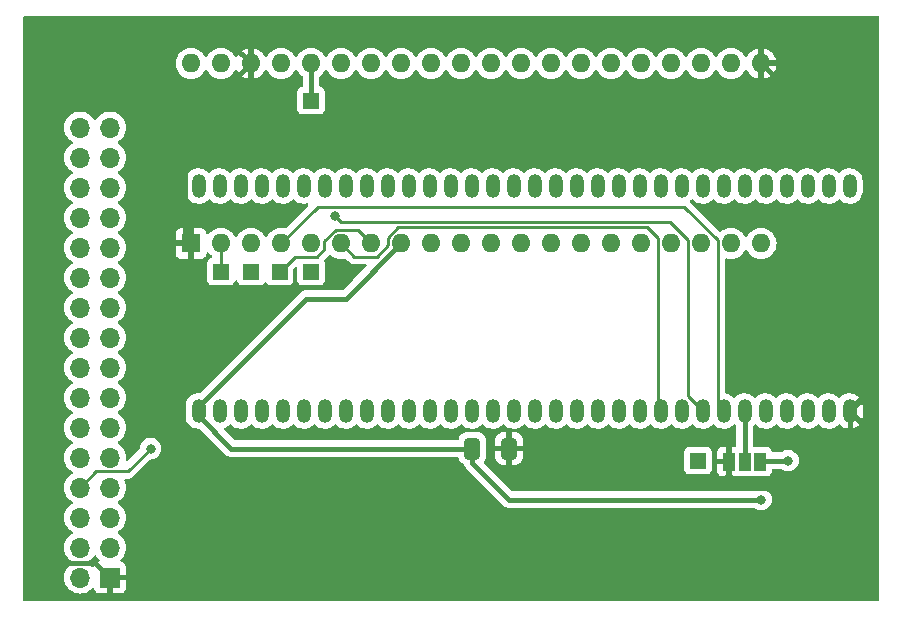
<source format=gbr>
%TF.GenerationSoftware,KiCad,Pcbnew,7.0.9-7.0.9~ubuntu20.04.1*%
%TF.CreationDate,2023-12-28T04:39:14+01:00*%
%TF.ProjectId,M50747_SDIP,4d353037-3437-45f5-9344-49502e6b6963,rev?*%
%TF.SameCoordinates,Original*%
%TF.FileFunction,Copper,L1,Top*%
%TF.FilePolarity,Positive*%
%FSLAX46Y46*%
G04 Gerber Fmt 4.6, Leading zero omitted, Abs format (unit mm)*
G04 Created by KiCad (PCBNEW 7.0.9-7.0.9~ubuntu20.04.1) date 2023-12-28 04:39:14*
%MOMM*%
%LPD*%
G01*
G04 APERTURE LIST*
G04 Aperture macros list*
%AMRoundRect*
0 Rectangle with rounded corners*
0 $1 Rounding radius*
0 $2 $3 $4 $5 $6 $7 $8 $9 X,Y pos of 4 corners*
0 Add a 4 corners polygon primitive as box body*
4,1,4,$2,$3,$4,$5,$6,$7,$8,$9,$2,$3,0*
0 Add four circle primitives for the rounded corners*
1,1,$1+$1,$2,$3*
1,1,$1+$1,$4,$5*
1,1,$1+$1,$6,$7*
1,1,$1+$1,$8,$9*
0 Add four rect primitives between the rounded corners*
20,1,$1+$1,$2,$3,$4,$5,0*
20,1,$1+$1,$4,$5,$6,$7,0*
20,1,$1+$1,$6,$7,$8,$9,0*
20,1,$1+$1,$8,$9,$2,$3,0*%
G04 Aperture macros list end*
%TA.AperFunction,SMDPad,CuDef*%
%ADD10R,1.000000X1.500000*%
%TD*%
%TA.AperFunction,ComponentPad*%
%ADD11R,1.350000X1.350000*%
%TD*%
%TA.AperFunction,SMDPad,CuDef*%
%ADD12RoundRect,0.250000X-0.412500X-0.650000X0.412500X-0.650000X0.412500X0.650000X-0.412500X0.650000X0*%
%TD*%
%TA.AperFunction,ComponentPad*%
%ADD13R,1.600000X1.600000*%
%TD*%
%TA.AperFunction,ComponentPad*%
%ADD14O,1.600000X1.600000*%
%TD*%
%TA.AperFunction,ComponentPad*%
%ADD15R,1.700000X1.700000*%
%TD*%
%TA.AperFunction,ComponentPad*%
%ADD16O,1.700000X1.700000*%
%TD*%
%TA.AperFunction,ComponentPad*%
%ADD17O,1.200000X2.000000*%
%TD*%
%TA.AperFunction,ViaPad*%
%ADD18C,0.800000*%
%TD*%
%TA.AperFunction,Conductor*%
%ADD19C,0.400000*%
%TD*%
%TA.AperFunction,Conductor*%
%ADD20C,0.250000*%
%TD*%
G04 APERTURE END LIST*
D10*
%TO.P,JP1,1,A*%
%TO.N,GND*%
X219296523Y-71206921D03*
%TO.P,JP1,2,C*%
%TO.N,Net-(JP1-C)*%
X220596523Y-71206921D03*
%TO.P,JP1,3,B*%
%TO.N,+5V*%
X221896523Y-71206921D03*
%TD*%
D11*
%TO.P,J2,1,Pin_1*%
%TO.N,Net-(J2-Pin_1)*%
X216662000Y-71120000D03*
%TD*%
D12*
%TO.P,C1,1*%
%TO.N,+5V*%
X197535000Y-70104000D03*
%TO.P,C1,2*%
%TO.N,GND*%
X200660000Y-70104000D03*
%TD*%
D11*
%TO.P,J4,1,Pin_1*%
%TO.N,Net-(J4-Pin_1)*%
X183896000Y-40640000D03*
%TD*%
D13*
%TO.P,U3,1,VSS*%
%TO.N,GND*%
X173736000Y-52730400D03*
D14*
%TO.P,U3,2,~{HALT}*%
%TO.N,/~{HALT}*%
X176276000Y-52730400D03*
%TO.P,U3,3,MR*%
%TO.N,Net-(J3-Pin_1)*%
X178816000Y-52730400D03*
%TO.P,U3,4,~{IRQ}*%
%TO.N,/~{IRQ1}*%
X181356000Y-52730400D03*
%TO.P,U3,5,VMA*%
%TO.N,Net-(J6-Pin_1)*%
X183896000Y-52730400D03*
%TO.P,U3,6,~{NMI}*%
%TO.N,/~{NMI}*%
X186436000Y-52730400D03*
%TO.P,U3,7,BA*%
%TO.N,/BA*%
X188976000Y-52730400D03*
%TO.P,U3,8,VCC*%
%TO.N,+5V*%
X191516000Y-52730400D03*
%TO.P,U3,9,A0*%
%TO.N,/A0*%
X194056000Y-52730400D03*
%TO.P,U3,10,A1*%
%TO.N,/A1*%
X196596000Y-52730400D03*
%TO.P,U3,11,A2*%
%TO.N,/A2*%
X199136000Y-52730400D03*
%TO.P,U3,12,A3*%
%TO.N,/A3*%
X201676000Y-52730400D03*
%TO.P,U3,13,A4*%
%TO.N,/A4*%
X204216000Y-52730400D03*
%TO.P,U3,14,A5*%
%TO.N,/A5*%
X206756000Y-52730400D03*
%TO.P,U3,15,A6*%
%TO.N,/A6*%
X209296000Y-52730400D03*
%TO.P,U3,16,A7*%
%TO.N,/A7*%
X211836000Y-52730400D03*
%TO.P,U3,17,A8*%
%TO.N,/A8*%
X214376000Y-52730400D03*
%TO.P,U3,18,A9*%
%TO.N,/A9*%
X216916000Y-52730400D03*
%TO.P,U3,19,A10*%
%TO.N,/A10*%
X219456000Y-52730400D03*
%TO.P,U3,20,A11*%
%TO.N,/A11*%
X221996000Y-52730400D03*
%TO.P,U3,21,VSS*%
%TO.N,GND*%
X221996000Y-37490400D03*
%TO.P,U3,22,A12*%
%TO.N,/A12*%
X219456000Y-37490400D03*
%TO.P,U3,23,A13*%
%TO.N,/A13*%
X216916000Y-37490400D03*
%TO.P,U3,24,A14*%
%TO.N,/A14*%
X214376000Y-37490400D03*
%TO.P,U3,25,A15*%
%TO.N,/A15*%
X211836000Y-37490400D03*
%TO.P,U3,26,D7*%
%TO.N,/D7*%
X209296000Y-37490400D03*
%TO.P,U3,27,D6*%
%TO.N,/D6*%
X206756000Y-37490400D03*
%TO.P,U3,28,D5*%
%TO.N,/D5*%
X204216000Y-37490400D03*
%TO.P,U3,29,D4*%
%TO.N,/D4*%
X201676000Y-37490400D03*
%TO.P,U3,30,D3*%
%TO.N,/D3*%
X199136000Y-37490400D03*
%TO.P,U3,31,D2*%
%TO.N,/D2*%
X196596000Y-37490400D03*
%TO.P,U3,32,D1*%
%TO.N,/D1*%
X194056000Y-37490400D03*
%TO.P,U3,33,D0*%
%TO.N,/D0*%
X191516000Y-37490400D03*
%TO.P,U3,34,R/~{W}*%
%TO.N,/R{slash}~{W}*%
X188976000Y-37490400D03*
%TO.P,U3,35,VCC_STANDBY*%
%TO.N,+5C*%
X186436000Y-37490400D03*
%TO.P,U3,36,RE*%
%TO.N,Net-(J4-Pin_1)*%
X183896000Y-37490400D03*
%TO.P,U3,37,E*%
%TO.N,/PHI2*%
X181356000Y-37490400D03*
%TO.P,U3,38,XTAL*%
%TO.N,GND*%
X178816000Y-37490400D03*
%TO.P,U3,39,EXTAL*%
%TO.N,/CPUCLK*%
X176276000Y-37490400D03*
%TO.P,U3,40,~{RESET}*%
%TO.N,/~{RST}*%
X173736000Y-37490400D03*
%TD*%
D15*
%TO.P,J1,1,Pin_1*%
%TO.N,GND*%
X166878000Y-81026000D03*
D16*
%TO.P,J1,2,Pin_2*%
%TO.N,/SYNC*%
X164338000Y-81026000D03*
%TO.P,J1,3,Pin_3*%
%TO.N,/P33*%
X166878000Y-78486000D03*
%TO.P,J1,4,Pin_4*%
%TO.N,/P34*%
X164338000Y-78486000D03*
%TO.P,J1,5,Pin_5*%
%TO.N,/P35*%
X166878000Y-75946000D03*
%TO.P,J1,6,Pin_6*%
%TO.N,/P36*%
X164338000Y-75946000D03*
%TO.P,J1,7,Pin_7*%
%TO.N,/P37*%
X166878000Y-73406000D03*
%TO.P,J1,8,Pin_8*%
%TO.N,/P67*%
X164338000Y-73406000D03*
%TO.P,J1,9,Pin_9*%
%TO.N,/P66*%
X166878000Y-70866000D03*
%TO.P,J1,10,Pin_10*%
%TO.N,/P65*%
X164338000Y-70866000D03*
%TO.P,J1,11,Pin_11*%
%TO.N,/P64*%
X166878000Y-68326000D03*
%TO.P,J1,12,Pin_12*%
%TO.N,/P63*%
X164338000Y-68326000D03*
%TO.P,J1,13,Pin_13*%
%TO.N,/P62*%
X166878000Y-65786000D03*
%TO.P,J1,14,Pin_14*%
%TO.N,/P61*%
X164338000Y-65786000D03*
%TO.P,J1,15,Pin_15*%
%TO.N,/P60*%
X166878000Y-63246000D03*
%TO.P,J1,16,Pin_16*%
%TO.N,/P47*%
X164338000Y-63246000D03*
%TO.P,J1,17,Pin_17*%
%TO.N,/P46*%
X166878000Y-60706000D03*
%TO.P,J1,18,Pin_18*%
%TO.N,/P45*%
X164338000Y-60706000D03*
%TO.P,J1,19,Pin_19*%
%TO.N,/P44*%
X166878000Y-58166000D03*
%TO.P,J1,20,Pin_20*%
%TO.N,/P43*%
X164338000Y-58166000D03*
%TO.P,J1,21,Pin_21*%
%TO.N,/P42*%
X166878000Y-55626000D03*
%TO.P,J1,22,Pin_22*%
%TO.N,/P41*%
X164338000Y-55626000D03*
%TO.P,J1,23,Pin_23*%
%TO.N,/P40*%
X166878000Y-53086000D03*
%TO.P,J1,24,Pin_24*%
%TO.N,/P57*%
X164338000Y-53086000D03*
%TO.P,J1,25,Pin_25*%
%TO.N,/P56*%
X166878000Y-50546000D03*
%TO.P,J1,26,Pin_26*%
%TO.N,/P55*%
X164338000Y-50546000D03*
%TO.P,J1,27,Pin_27*%
%TO.N,/P54*%
X166878000Y-48006000D03*
%TO.P,J1,28,Pin_28*%
%TO.N,/P53*%
X164338000Y-48006000D03*
%TO.P,J1,29,Pin_29*%
%TO.N,/P52*%
X166878000Y-45466000D03*
%TO.P,J1,30,Pin_30*%
%TO.N,/P51*%
X164338000Y-45466000D03*
%TO.P,J1,31,Pin_31*%
%TO.N,/P50*%
X166878000Y-42926000D03*
%TO.P,J1,32,Pin_32*%
%TO.N,+5V*%
X164338000Y-42926000D03*
%TD*%
D11*
%TO.P,J7,1,Pin_1*%
%TO.N,/BA*%
X181229000Y-55118000D03*
%TD*%
%TO.P,J6,1,Pin_1*%
%TO.N,Net-(J6-Pin_1)*%
X183896000Y-55118000D03*
%TD*%
D17*
%TO.P,U1,1,Vcc*%
%TO.N,+5V*%
X174371000Y-66929000D03*
%TO.P,U1,2,P67*%
%TO.N,/P67*%
X176149000Y-66929000D03*
%TO.P,U1,3,P66*%
%TO.N,/P66*%
X177927000Y-66929000D03*
%TO.P,U1,4,P65*%
%TO.N,/P65*%
X179705000Y-66929000D03*
%TO.P,U1,5,P64*%
%TO.N,/P64*%
X181483000Y-66929000D03*
%TO.P,U1,6,P63*%
%TO.N,/P63*%
X183261000Y-66929000D03*
%TO.P,U1,7,P62*%
%TO.N,/P62*%
X185039000Y-66929000D03*
%TO.P,U1,8,P61*%
%TO.N,/P61*%
X186817000Y-66929000D03*
%TO.P,U1,9,P60*%
%TO.N,/P60*%
X188595000Y-66929000D03*
%TO.P,U1,10,P47*%
%TO.N,/P47*%
X190373000Y-66929000D03*
%TO.P,U1,11,P46*%
%TO.N,/P46*%
X192151000Y-66929000D03*
%TO.P,U1,12,P45*%
%TO.N,/P45*%
X193929000Y-66929000D03*
%TO.P,U1,13,P44*%
%TO.N,/P44*%
X195707000Y-66929000D03*
%TO.P,U1,14,P43*%
%TO.N,/P43*%
X197485000Y-66929000D03*
%TO.P,U1,15,P42*%
%TO.N,/P42*%
X199263000Y-66929000D03*
%TO.P,U1,16,P41*%
%TO.N,/P41*%
X201041000Y-66929000D03*
%TO.P,U1,17,P40*%
%TO.N,/P40*%
X202819000Y-66929000D03*
%TO.P,U1,18,P37/SRDY*%
%TO.N,/P37*%
X204597000Y-66929000D03*
%TO.P,U1,19,P36/CLK*%
%TO.N,/P36*%
X206375000Y-66929000D03*
%TO.P,U1,20,P35/TxD*%
%TO.N,/P35*%
X208153000Y-66929000D03*
%TO.P,U1,21,P34/RxD*%
%TO.N,/P34*%
X209931000Y-66929000D03*
%TO.P,U1,22,P33/CNTR*%
%TO.N,/P33*%
X211709000Y-66929000D03*
%TO.P,U1,23,P32/~{INT2}*%
%TO.N,/~{NMI}*%
X213487000Y-66929000D03*
%TO.P,U1,24,P31/SYNC*%
%TO.N,/SYNC*%
X215265000Y-66929000D03*
%TO.P,U1,25,P30/R/~{W}*%
%TO.N,/R{slash}~{W}*%
X217043000Y-66929000D03*
%TO.P,U1,26,~{INT1}*%
%TO.N,/~{IRQ1}*%
X218821000Y-66929000D03*
%TO.P,U1,27,CNVSS*%
%TO.N,Net-(JP1-C)*%
X220599000Y-66929000D03*
%TO.P,U1,28,~{RST}*%
%TO.N,/~{RST}*%
X222377000Y-66929000D03*
%TO.P,U1,29,EXTAL/CLK*%
%TO.N,/CPUCLK*%
X224155000Y-66929000D03*
%TO.P,U1,30,XTAL*%
%TO.N,unconnected-(U1-XTAL-Pad30)*%
X225933000Y-66929000D03*
%TO.P,U1,31,PHI*%
%TO.N,/PHI2*%
X227711000Y-66929000D03*
%TO.P,U1,32,GND*%
%TO.N,GND*%
X229489000Y-66929000D03*
%TO.P,U1,33,P57*%
%TO.N,/P57*%
X229489000Y-47879000D03*
%TO.P,U1,34,P56*%
%TO.N,/P56*%
X227711000Y-47879000D03*
%TO.P,U1,35,P55*%
%TO.N,/P55*%
X225933000Y-47879000D03*
%TO.P,U1,36,P54*%
%TO.N,/P54*%
X224155000Y-47879000D03*
%TO.P,U1,37,P53*%
%TO.N,/P53*%
X222377000Y-47879000D03*
%TO.P,U1,38,P52*%
%TO.N,/P52*%
X220599000Y-47879000D03*
%TO.P,U1,39,P51*%
%TO.N,/P51*%
X218821000Y-47879000D03*
%TO.P,U1,40,P50*%
%TO.N,/P50*%
X217043000Y-47879000D03*
%TO.P,U1,41,A15*%
%TO.N,/A15*%
X215265000Y-47879000D03*
%TO.P,U1,42,A14*%
%TO.N,/A14*%
X213487000Y-47879000D03*
%TO.P,U1,43,A13*%
%TO.N,/A13*%
X211709000Y-47879000D03*
%TO.P,U1,44,A12*%
%TO.N,/A12*%
X209931000Y-47879000D03*
%TO.P,U1,45,A11*%
%TO.N,/A11*%
X208153000Y-47879000D03*
%TO.P,U1,46,A10*%
%TO.N,/A10*%
X206375000Y-47879000D03*
%TO.P,U1,47,A9*%
%TO.N,/A9*%
X204597000Y-47879000D03*
%TO.P,U1,48,A8*%
%TO.N,/A8*%
X202819000Y-47879000D03*
%TO.P,U1,49,A7*%
%TO.N,/A7*%
X201041000Y-47879000D03*
%TO.P,U1,50,A6*%
%TO.N,/A6*%
X199263000Y-47879000D03*
%TO.P,U1,51,A5*%
%TO.N,/A5*%
X197485000Y-47879000D03*
%TO.P,U1,52,A4*%
%TO.N,/A4*%
X195707000Y-47879000D03*
%TO.P,U1,53,A3*%
%TO.N,/A3*%
X193929000Y-47879000D03*
%TO.P,U1,54,A2*%
%TO.N,/A2*%
X192151000Y-47879000D03*
%TO.P,U1,55,A1*%
%TO.N,/A1*%
X190373000Y-47879000D03*
%TO.P,U1,56,A0*%
%TO.N,/A0*%
X188595000Y-47879000D03*
%TO.P,U1,57,D7*%
%TO.N,/D7*%
X186817000Y-47879000D03*
%TO.P,U1,58,D6*%
%TO.N,/D6*%
X185039000Y-47879000D03*
%TO.P,U1,59,D5*%
%TO.N,/D5*%
X183261000Y-47879000D03*
%TO.P,U1,60,D4*%
%TO.N,/D4*%
X181483000Y-47879000D03*
%TO.P,U1,61,D3*%
%TO.N,/D3*%
X179705000Y-47879000D03*
%TO.P,U1,62,D2*%
%TO.N,/D2*%
X177927000Y-47879000D03*
%TO.P,U1,63,D1*%
%TO.N,/D1*%
X176149000Y-47879000D03*
%TO.P,U1,64,D0*%
%TO.N,/D0*%
X174371000Y-47879000D03*
%TD*%
D11*
%TO.P,J8,1,Pin_1*%
%TO.N,/~{HALT}*%
X176276000Y-55118000D03*
%TD*%
%TO.P,J3,1,Pin_1*%
%TO.N,Net-(J3-Pin_1)*%
X178816000Y-55118000D03*
%TD*%
D18*
%TO.N,+5V*%
X221996000Y-74422000D03*
X224282000Y-71120000D03*
%TO.N,/R{slash}~{W}*%
X185928000Y-50419000D03*
%TO.N,/P67*%
X170307000Y-70104000D03*
%TD*%
D19*
%TO.N,+5V*%
X197535000Y-70104000D02*
X197535000Y-71297000D01*
X197535000Y-71297000D02*
X200660000Y-74422000D01*
X200660000Y-74422000D02*
X221996000Y-74422000D01*
X221983444Y-71120000D02*
X221896523Y-71206921D01*
X224282000Y-71120000D02*
X221983444Y-71120000D01*
%TO.N,GND*%
X219296523Y-71206921D02*
X219296523Y-72295477D01*
X219296523Y-72295477D02*
X218186000Y-73406000D01*
X218186000Y-73406000D02*
X202184000Y-73406000D01*
X202184000Y-73406000D02*
X200660000Y-71882000D01*
X200660000Y-71882000D02*
X200660000Y-70104000D01*
X229489000Y-66929000D02*
X229489000Y-70485000D01*
X219296523Y-72356921D02*
X219296523Y-71206921D01*
X229489000Y-70485000D02*
X226568000Y-73406000D01*
X226568000Y-73406000D02*
X220345602Y-73406000D01*
X220345602Y-73406000D02*
X219296523Y-72356921D01*
%TO.N,Net-(JP1-C)*%
X220596523Y-71206921D02*
X220596523Y-66931477D01*
X220596523Y-66931477D02*
X220599000Y-66929000D01*
%TO.N,+5V*%
X197535000Y-70104000D02*
X177146000Y-70104000D01*
X183496000Y-57404000D02*
X186842400Y-57404000D01*
X174371000Y-66929000D02*
X174371000Y-66529000D01*
X174371000Y-66529000D02*
X183496000Y-57404000D01*
X186842400Y-57404000D02*
X191516000Y-52730400D01*
X174371000Y-67329000D02*
X174371000Y-66929000D01*
X177146000Y-70104000D02*
X174371000Y-67329000D01*
%TO.N,GND*%
X229489000Y-66929000D02*
X229997000Y-66421000D01*
X165628000Y-79776000D02*
X166878000Y-81026000D01*
X231140000Y-65278000D02*
X231140000Y-46634400D01*
X160528000Y-42799000D02*
X167513000Y-35814000D01*
X178816000Y-37490400D02*
X173228000Y-43078400D01*
X229997000Y-66421000D02*
X229997000Y-66457214D01*
X161183000Y-79776000D02*
X165628000Y-79776000D01*
X173228000Y-52038400D02*
X173136000Y-52130400D01*
X231140000Y-46634400D02*
X221996000Y-37490400D01*
X160528000Y-79121000D02*
X161183000Y-79776000D01*
X167513000Y-35814000D02*
X177139600Y-35814000D01*
X160528000Y-79121000D02*
X160528000Y-42799000D01*
X229997000Y-66421000D02*
X231140000Y-65278000D01*
X173228000Y-43078400D02*
X173228000Y-52038400D01*
X177139600Y-35814000D02*
X178816000Y-37490400D01*
D20*
%TO.N,/~{NMI}*%
X212363591Y-51377000D02*
X213251000Y-52264409D01*
X191262000Y-51377000D02*
X212363591Y-51377000D01*
X213251000Y-52264409D02*
X213251000Y-66693000D01*
X190391000Y-52906391D02*
X190391000Y-52248000D01*
X186436000Y-52730400D02*
X187561000Y-53855400D01*
X213251000Y-66693000D02*
X213487000Y-66929000D01*
X189441991Y-53855400D02*
X190391000Y-52906391D01*
X187561000Y-53855400D02*
X189441991Y-53855400D01*
X190391000Y-52248000D02*
X191262000Y-51377000D01*
%TO.N,/~{IRQ1}*%
X218331000Y-66439000D02*
X218821000Y-66929000D01*
X215506000Y-49644000D02*
X218331000Y-52469000D01*
X181356000Y-52730400D02*
X184442400Y-49644000D01*
X184442400Y-49644000D02*
X215506000Y-49644000D01*
X218331000Y-52469000D02*
X218331000Y-66439000D01*
%TO.N,/R{slash}~{W}*%
X217043000Y-66929000D02*
X215791000Y-65677000D01*
X215791000Y-65677000D02*
X215791000Y-52469000D01*
X214249000Y-50927000D02*
X186436000Y-50927000D01*
X186436000Y-50927000D02*
X185928000Y-50419000D01*
X215791000Y-52469000D02*
X214249000Y-50927000D01*
D19*
%TO.N,Net-(J4-Pin_1)*%
X183896000Y-37490400D02*
X183896000Y-40640000D01*
D20*
%TO.N,/~{HALT}*%
X176276000Y-55118000D02*
X176276000Y-52730400D01*
%TO.N,/BA*%
X188976000Y-52730400D02*
X187851000Y-51605400D01*
X185021000Y-53231000D02*
X184396600Y-53855400D01*
X187851000Y-51605400D02*
X185970009Y-51605400D01*
X185021000Y-52554409D02*
X185021000Y-53231000D01*
X184396600Y-53855400D02*
X182491600Y-53855400D01*
X185970009Y-51605400D02*
X185021000Y-52554409D01*
X182491600Y-53855400D02*
X181229000Y-55118000D01*
%TO.N,/P67*%
X170307000Y-70104000D02*
X168370000Y-72041000D01*
X168370000Y-72041000D02*
X165703000Y-72041000D01*
X165703000Y-72041000D02*
X164338000Y-73406000D01*
%TD*%
%TA.AperFunction,Conductor*%
%TO.N,GND*%
G36*
X165692855Y-79152546D02*
G01*
X165709575Y-79171842D01*
X165839501Y-79357396D01*
X165839506Y-79357402D01*
X165961818Y-79479714D01*
X165995303Y-79541037D01*
X165990319Y-79610729D01*
X165948447Y-79666662D01*
X165917471Y-79683577D01*
X165785912Y-79732646D01*
X165785906Y-79732649D01*
X165670812Y-79818809D01*
X165670809Y-79818812D01*
X165584649Y-79933906D01*
X165584645Y-79933913D01*
X165535578Y-80065470D01*
X165493707Y-80121404D01*
X165428242Y-80145821D01*
X165359969Y-80130969D01*
X165331715Y-80109819D01*
X165287366Y-80065470D01*
X165209401Y-79987505D01*
X165209397Y-79987502D01*
X165209396Y-79987501D01*
X165023842Y-79857575D01*
X164980217Y-79802998D01*
X164973023Y-79733500D01*
X165004546Y-79671145D01*
X165023842Y-79654425D01*
X165135500Y-79576241D01*
X165209401Y-79524495D01*
X165376495Y-79357401D01*
X165506425Y-79171842D01*
X165561002Y-79128217D01*
X165630500Y-79121023D01*
X165692855Y-79152546D01*
G37*
%TD.AperFunction*%
%TA.AperFunction,Conductor*%
G36*
X231942539Y-33520185D02*
G01*
X231988294Y-33572989D01*
X231999500Y-33624500D01*
X231999500Y-82875500D01*
X231979815Y-82942539D01*
X231927011Y-82988294D01*
X231875500Y-82999500D01*
X159624500Y-82999500D01*
X159557461Y-82979815D01*
X159511706Y-82927011D01*
X159500500Y-82875500D01*
X159500500Y-81026000D01*
X162982341Y-81026000D01*
X163002936Y-81261403D01*
X163002938Y-81261413D01*
X163064094Y-81489655D01*
X163064096Y-81489659D01*
X163064097Y-81489663D01*
X163163965Y-81703830D01*
X163163967Y-81703834D01*
X163272281Y-81858521D01*
X163299505Y-81897401D01*
X163466599Y-82064495D01*
X163543135Y-82118086D01*
X163660165Y-82200032D01*
X163660167Y-82200033D01*
X163660170Y-82200035D01*
X163874337Y-82299903D01*
X164102592Y-82361063D01*
X164273319Y-82376000D01*
X164337999Y-82381659D01*
X164338000Y-82381659D01*
X164338001Y-82381659D01*
X164402681Y-82376000D01*
X164573408Y-82361063D01*
X164801663Y-82299903D01*
X165015830Y-82200035D01*
X165209401Y-82064495D01*
X165331717Y-81942178D01*
X165393036Y-81908696D01*
X165462728Y-81913680D01*
X165518662Y-81955551D01*
X165535577Y-81986528D01*
X165584646Y-82118088D01*
X165584649Y-82118093D01*
X165670809Y-82233187D01*
X165670812Y-82233190D01*
X165785906Y-82319350D01*
X165785913Y-82319354D01*
X165920620Y-82369596D01*
X165920627Y-82369598D01*
X165980155Y-82375999D01*
X165980172Y-82376000D01*
X166628000Y-82376000D01*
X166628000Y-81461501D01*
X166735685Y-81510680D01*
X166842237Y-81526000D01*
X166913763Y-81526000D01*
X167020315Y-81510680D01*
X167128000Y-81461501D01*
X167128000Y-82376000D01*
X167775828Y-82376000D01*
X167775844Y-82375999D01*
X167835372Y-82369598D01*
X167835379Y-82369596D01*
X167970086Y-82319354D01*
X167970093Y-82319350D01*
X168085187Y-82233190D01*
X168085190Y-82233187D01*
X168171350Y-82118093D01*
X168171354Y-82118086D01*
X168221596Y-81983379D01*
X168221598Y-81983372D01*
X168227999Y-81923844D01*
X168228000Y-81923827D01*
X168228000Y-81276000D01*
X167311686Y-81276000D01*
X167337493Y-81235844D01*
X167378000Y-81097889D01*
X167378000Y-80954111D01*
X167337493Y-80816156D01*
X167311686Y-80776000D01*
X168228000Y-80776000D01*
X168228000Y-80128172D01*
X168227999Y-80128155D01*
X168221598Y-80068627D01*
X168221596Y-80068620D01*
X168171354Y-79933913D01*
X168171350Y-79933906D01*
X168085190Y-79818812D01*
X168085187Y-79818809D01*
X167970093Y-79732649D01*
X167970088Y-79732646D01*
X167838528Y-79683577D01*
X167782595Y-79641705D01*
X167758178Y-79576241D01*
X167773030Y-79507968D01*
X167794175Y-79479720D01*
X167916495Y-79357401D01*
X168052035Y-79163830D01*
X168151903Y-78949663D01*
X168213063Y-78721408D01*
X168233659Y-78486000D01*
X168213063Y-78250592D01*
X168151903Y-78022337D01*
X168052035Y-77808171D01*
X168046425Y-77800158D01*
X167916494Y-77614597D01*
X167749402Y-77447506D01*
X167749396Y-77447501D01*
X167563842Y-77317575D01*
X167520217Y-77262998D01*
X167513023Y-77193500D01*
X167544546Y-77131145D01*
X167563842Y-77114425D01*
X167586026Y-77098891D01*
X167749401Y-76984495D01*
X167916495Y-76817401D01*
X168052035Y-76623830D01*
X168151903Y-76409663D01*
X168213063Y-76181408D01*
X168233659Y-75946000D01*
X168213063Y-75710592D01*
X168151903Y-75482337D01*
X168052035Y-75268171D01*
X168046425Y-75260158D01*
X167916494Y-75074597D01*
X167749402Y-74907506D01*
X167749396Y-74907501D01*
X167563842Y-74777575D01*
X167520217Y-74722998D01*
X167513023Y-74653500D01*
X167544546Y-74591145D01*
X167563842Y-74574425D01*
X167586026Y-74558891D01*
X167749401Y-74444495D01*
X167916495Y-74277401D01*
X168052035Y-74083830D01*
X168151903Y-73869663D01*
X168213063Y-73641408D01*
X168233659Y-73406000D01*
X168213063Y-73170592D01*
X168151903Y-72942337D01*
X168105537Y-72842905D01*
X168095045Y-72773827D01*
X168123565Y-72710043D01*
X168182041Y-72671804D01*
X168217919Y-72666500D01*
X168287257Y-72666500D01*
X168302877Y-72668224D01*
X168302904Y-72667939D01*
X168310660Y-72668671D01*
X168310667Y-72668673D01*
X168379814Y-72666500D01*
X168409350Y-72666500D01*
X168416228Y-72665630D01*
X168422041Y-72665172D01*
X168468627Y-72663709D01*
X168487869Y-72658117D01*
X168506912Y-72654174D01*
X168526792Y-72651664D01*
X168570122Y-72634507D01*
X168575646Y-72632617D01*
X168579396Y-72631527D01*
X168620390Y-72619618D01*
X168637629Y-72609422D01*
X168655103Y-72600862D01*
X168673727Y-72593488D01*
X168673727Y-72593487D01*
X168673732Y-72593486D01*
X168711449Y-72566082D01*
X168716305Y-72562892D01*
X168756420Y-72539170D01*
X168770589Y-72524999D01*
X168785379Y-72512368D01*
X168801587Y-72500594D01*
X168831299Y-72464676D01*
X168835212Y-72460376D01*
X170254771Y-71040819D01*
X170316094Y-71007334D01*
X170342452Y-71004500D01*
X170401644Y-71004500D01*
X170401646Y-71004500D01*
X170586803Y-70965144D01*
X170759730Y-70888151D01*
X170912871Y-70776888D01*
X171039533Y-70636216D01*
X171134179Y-70472284D01*
X171192674Y-70292256D01*
X171212460Y-70104000D01*
X171192674Y-69915744D01*
X171134179Y-69735716D01*
X171039533Y-69571784D01*
X170912871Y-69431112D01*
X170912870Y-69431111D01*
X170759734Y-69319851D01*
X170759729Y-69319848D01*
X170586807Y-69242857D01*
X170586802Y-69242855D01*
X170441001Y-69211865D01*
X170401646Y-69203500D01*
X170212354Y-69203500D01*
X170179897Y-69210398D01*
X170027197Y-69242855D01*
X170027192Y-69242857D01*
X169854270Y-69319848D01*
X169854265Y-69319851D01*
X169701129Y-69431111D01*
X169574466Y-69571785D01*
X169479821Y-69735715D01*
X169479818Y-69735722D01*
X169421327Y-69915740D01*
X169421326Y-69915744D01*
X169403679Y-70083649D01*
X169377094Y-70148263D01*
X169368039Y-70158368D01*
X168433645Y-71092762D01*
X168372322Y-71126247D01*
X168302630Y-71121263D01*
X168246697Y-71079391D01*
X168222280Y-71013927D01*
X168222436Y-70994273D01*
X168233659Y-70866000D01*
X168233659Y-70865999D01*
X168225933Y-70777693D01*
X168213063Y-70630592D01*
X168153709Y-70409076D01*
X168151905Y-70402344D01*
X168151904Y-70402343D01*
X168151903Y-70402337D01*
X168052035Y-70188171D01*
X168046425Y-70180158D01*
X167916494Y-69994597D01*
X167749402Y-69827506D01*
X167749396Y-69827501D01*
X167563842Y-69697575D01*
X167520217Y-69642998D01*
X167513023Y-69573500D01*
X167544546Y-69511145D01*
X167563842Y-69494425D01*
X167654262Y-69431112D01*
X167749401Y-69364495D01*
X167916495Y-69197401D01*
X168052035Y-69003830D01*
X168151903Y-68789663D01*
X168213063Y-68561408D01*
X168233659Y-68326000D01*
X168213063Y-68090592D01*
X168151903Y-67862337D01*
X168052035Y-67648171D01*
X168046425Y-67640158D01*
X167916494Y-67454597D01*
X167749402Y-67287506D01*
X167749396Y-67287501D01*
X167563842Y-67157575D01*
X167520217Y-67102998D01*
X167513023Y-67033500D01*
X167544546Y-66971145D01*
X167563842Y-66954425D01*
X167586026Y-66938891D01*
X167749401Y-66824495D01*
X167916495Y-66657401D01*
X168052035Y-66463830D01*
X168151903Y-66249663D01*
X168213063Y-66021408D01*
X168233659Y-65786000D01*
X168213063Y-65550592D01*
X168157225Y-65342198D01*
X168151905Y-65322344D01*
X168151904Y-65322343D01*
X168151903Y-65322337D01*
X168052035Y-65108171D01*
X168046425Y-65100158D01*
X167916494Y-64914597D01*
X167749402Y-64747506D01*
X167749396Y-64747501D01*
X167563842Y-64617575D01*
X167520217Y-64562998D01*
X167513023Y-64493500D01*
X167544546Y-64431145D01*
X167563842Y-64414425D01*
X167586026Y-64398891D01*
X167749401Y-64284495D01*
X167916495Y-64117401D01*
X168052035Y-63923830D01*
X168151903Y-63709663D01*
X168213063Y-63481408D01*
X168233659Y-63246000D01*
X168213063Y-63010592D01*
X168151903Y-62782337D01*
X168052035Y-62568171D01*
X168046425Y-62560158D01*
X167916494Y-62374597D01*
X167749402Y-62207506D01*
X167749396Y-62207501D01*
X167563842Y-62077575D01*
X167520217Y-62022998D01*
X167513023Y-61953500D01*
X167544546Y-61891145D01*
X167563842Y-61874425D01*
X167586026Y-61858891D01*
X167749401Y-61744495D01*
X167916495Y-61577401D01*
X168052035Y-61383830D01*
X168151903Y-61169663D01*
X168213063Y-60941408D01*
X168233659Y-60706000D01*
X168213063Y-60470592D01*
X168151903Y-60242337D01*
X168052035Y-60028171D01*
X168046425Y-60020158D01*
X167916494Y-59834597D01*
X167749402Y-59667506D01*
X167749396Y-59667501D01*
X167563842Y-59537575D01*
X167520217Y-59482998D01*
X167513023Y-59413500D01*
X167544546Y-59351145D01*
X167563842Y-59334425D01*
X167586026Y-59318891D01*
X167749401Y-59204495D01*
X167916495Y-59037401D01*
X168052035Y-58843830D01*
X168151903Y-58629663D01*
X168213063Y-58401408D01*
X168233659Y-58166000D01*
X168213063Y-57930592D01*
X168151903Y-57702337D01*
X168052035Y-57488171D01*
X168046425Y-57480158D01*
X167916494Y-57294597D01*
X167749402Y-57127506D01*
X167749396Y-57127501D01*
X167563842Y-56997575D01*
X167520217Y-56942998D01*
X167513023Y-56873500D01*
X167544546Y-56811145D01*
X167563842Y-56794425D01*
X167619068Y-56755755D01*
X167749401Y-56664495D01*
X167916495Y-56497401D01*
X168052035Y-56303830D01*
X168151903Y-56089663D01*
X168213063Y-55861408D01*
X168233659Y-55626000D01*
X168213063Y-55390592D01*
X168151903Y-55162337D01*
X168052035Y-54948171D01*
X168046425Y-54940158D01*
X167916494Y-54754597D01*
X167749402Y-54587506D01*
X167749396Y-54587501D01*
X167563842Y-54457575D01*
X167520217Y-54402998D01*
X167513023Y-54333500D01*
X167544546Y-54271145D01*
X167563842Y-54254425D01*
X167640620Y-54200664D01*
X167749401Y-54124495D01*
X167916495Y-53957401D01*
X168052035Y-53763830D01*
X168138575Y-53578244D01*
X172436000Y-53578244D01*
X172442401Y-53637772D01*
X172442403Y-53637779D01*
X172492645Y-53772486D01*
X172492649Y-53772493D01*
X172578809Y-53887587D01*
X172578812Y-53887590D01*
X172693906Y-53973750D01*
X172693913Y-53973754D01*
X172828620Y-54023996D01*
X172828627Y-54023998D01*
X172888155Y-54030399D01*
X172888172Y-54030400D01*
X173486000Y-54030400D01*
X173486000Y-53046086D01*
X173497955Y-53058041D01*
X173610852Y-53115565D01*
X173704519Y-53130400D01*
X173767481Y-53130400D01*
X173861148Y-53115565D01*
X173974045Y-53058041D01*
X173986000Y-53046086D01*
X173986000Y-54030400D01*
X174583828Y-54030400D01*
X174583844Y-54030399D01*
X174643372Y-54023998D01*
X174643379Y-54023996D01*
X174778086Y-53973754D01*
X174778093Y-53973750D01*
X174893187Y-53887590D01*
X174893190Y-53887587D01*
X174979350Y-53772493D01*
X174979354Y-53772486D01*
X175029596Y-53637780D01*
X175033424Y-53602181D01*
X175060162Y-53537630D01*
X175117555Y-53497782D01*
X175187380Y-53495288D01*
X175247469Y-53530940D01*
X175258289Y-53544312D01*
X175275956Y-53569543D01*
X175436858Y-53730445D01*
X175466865Y-53751456D01*
X175510490Y-53806032D01*
X175517684Y-53875530D01*
X175486162Y-53937885D01*
X175439076Y-53969212D01*
X175358675Y-53999200D01*
X175358664Y-53999206D01*
X175243455Y-54085452D01*
X175243452Y-54085455D01*
X175157206Y-54200664D01*
X175157202Y-54200671D01*
X175106908Y-54335517D01*
X175102146Y-54379814D01*
X175100501Y-54395123D01*
X175100500Y-54395135D01*
X175100500Y-55840870D01*
X175100501Y-55840876D01*
X175106908Y-55900483D01*
X175157202Y-56035328D01*
X175157206Y-56035335D01*
X175243452Y-56150544D01*
X175243455Y-56150547D01*
X175358664Y-56236793D01*
X175358671Y-56236797D01*
X175493517Y-56287091D01*
X175493516Y-56287091D01*
X175500444Y-56287835D01*
X175553127Y-56293500D01*
X176998872Y-56293499D01*
X177058483Y-56287091D01*
X177193331Y-56236796D01*
X177308546Y-56150546D01*
X177394796Y-56035331D01*
X177429818Y-55941431D01*
X177471689Y-55885499D01*
X177537153Y-55861081D01*
X177605426Y-55875932D01*
X177654832Y-55925337D01*
X177662182Y-55941432D01*
X177697202Y-56035328D01*
X177697206Y-56035335D01*
X177783452Y-56150544D01*
X177783455Y-56150547D01*
X177898664Y-56236793D01*
X177898671Y-56236797D01*
X178033517Y-56287091D01*
X178033516Y-56287091D01*
X178040444Y-56287835D01*
X178093127Y-56293500D01*
X179538872Y-56293499D01*
X179598483Y-56287091D01*
X179733331Y-56236796D01*
X179848546Y-56150546D01*
X179923234Y-56050774D01*
X179979167Y-56008905D01*
X180048859Y-56003921D01*
X180110182Y-56037406D01*
X180121760Y-56050768D01*
X180196454Y-56150546D01*
X180242643Y-56185123D01*
X180311664Y-56236793D01*
X180311671Y-56236797D01*
X180446517Y-56287091D01*
X180446516Y-56287091D01*
X180453444Y-56287835D01*
X180506127Y-56293500D01*
X181951872Y-56293499D01*
X182011483Y-56287091D01*
X182146331Y-56236796D01*
X182261546Y-56150546D01*
X182347796Y-56035331D01*
X182398091Y-55900483D01*
X182404500Y-55840873D01*
X182404499Y-54878451D01*
X182424183Y-54811413D01*
X182440813Y-54790776D01*
X182508821Y-54722768D01*
X182570142Y-54689285D01*
X182639834Y-54694269D01*
X182695767Y-54736141D01*
X182720184Y-54801605D01*
X182720500Y-54810451D01*
X182720500Y-55840870D01*
X182720501Y-55840876D01*
X182726908Y-55900483D01*
X182777202Y-56035328D01*
X182777206Y-56035335D01*
X182863452Y-56150544D01*
X182863455Y-56150547D01*
X182978664Y-56236793D01*
X182978671Y-56236797D01*
X183113517Y-56287091D01*
X183113516Y-56287091D01*
X183120444Y-56287835D01*
X183173127Y-56293500D01*
X184618872Y-56293499D01*
X184678483Y-56287091D01*
X184813331Y-56236796D01*
X184928546Y-56150546D01*
X185014796Y-56035331D01*
X185065091Y-55900483D01*
X185071500Y-55840873D01*
X185071499Y-54395128D01*
X185065091Y-54335517D01*
X185064361Y-54333561D01*
X185021217Y-54217884D01*
X185016233Y-54148192D01*
X185049716Y-54086872D01*
X185404787Y-53731802D01*
X185417039Y-53721988D01*
X185416856Y-53721767D01*
X185422874Y-53716787D01*
X185422877Y-53716786D01*
X185422878Y-53716784D01*
X185423673Y-53716127D01*
X185425149Y-53715493D01*
X185426047Y-53714774D01*
X185429484Y-53712594D01*
X185430001Y-53713409D01*
X185487874Y-53688559D01*
X185556788Y-53700077D01*
X185590399Y-53723986D01*
X185596858Y-53730445D01*
X185596861Y-53730447D01*
X185783266Y-53860968D01*
X185989504Y-53957139D01*
X185989509Y-53957140D01*
X185989511Y-53957141D01*
X186034561Y-53969212D01*
X186209308Y-54016035D01*
X186366791Y-54029813D01*
X186435998Y-54035868D01*
X186436000Y-54035868D01*
X186436002Y-54035868D01*
X186498511Y-54030399D01*
X186662692Y-54016035D01*
X186731048Y-53997719D01*
X186800897Y-53999382D01*
X186850822Y-54029813D01*
X187060197Y-54239188D01*
X187070022Y-54251451D01*
X187070243Y-54251269D01*
X187075214Y-54257278D01*
X187101217Y-54281695D01*
X187125635Y-54304626D01*
X187146529Y-54325520D01*
X187152011Y-54329773D01*
X187156443Y-54333557D01*
X187190418Y-54365462D01*
X187207976Y-54375114D01*
X187224235Y-54385795D01*
X187240064Y-54398073D01*
X187282838Y-54416582D01*
X187288056Y-54419138D01*
X187328908Y-54441597D01*
X187348316Y-54446580D01*
X187366717Y-54452880D01*
X187385104Y-54460837D01*
X187428488Y-54467708D01*
X187431119Y-54468125D01*
X187436839Y-54469309D01*
X187481981Y-54480900D01*
X187502016Y-54480900D01*
X187521414Y-54482426D01*
X187541194Y-54485559D01*
X187541195Y-54485560D01*
X187541195Y-54485559D01*
X187541196Y-54485560D01*
X187587584Y-54481175D01*
X187593422Y-54480900D01*
X188475482Y-54480900D01*
X188542521Y-54500585D01*
X188588276Y-54553389D01*
X188598220Y-54622547D01*
X188569195Y-54686103D01*
X188563164Y-54692579D01*
X187414879Y-55840864D01*
X186588562Y-56667181D01*
X186527239Y-56700666D01*
X186500881Y-56703500D01*
X183519048Y-56703500D01*
X183515303Y-56703387D01*
X183453396Y-56699642D01*
X183453389Y-56699642D01*
X183392386Y-56710821D01*
X183388685Y-56711384D01*
X183327128Y-56718859D01*
X183327121Y-56718861D01*
X183317647Y-56722454D01*
X183296049Y-56728475D01*
X183286069Y-56730304D01*
X183229519Y-56755755D01*
X183226060Y-56757188D01*
X183168071Y-56779181D01*
X183168066Y-56779184D01*
X183159722Y-56784943D01*
X183140187Y-56795961D01*
X183130947Y-56800120D01*
X183130945Y-56800121D01*
X183082136Y-56838359D01*
X183079122Y-56840576D01*
X183028070Y-56875817D01*
X183028068Y-56875818D01*
X182986942Y-56922240D01*
X182984375Y-56924966D01*
X174520611Y-65388730D01*
X174459288Y-65422215D01*
X174427034Y-65424909D01*
X174423606Y-65424745D01*
X174213672Y-65434745D01*
X174009421Y-65484296D01*
X174009417Y-65484298D01*
X173818256Y-65571598D01*
X173818251Y-65571601D01*
X173647046Y-65693515D01*
X173647040Y-65693520D01*
X173502014Y-65845620D01*
X173388388Y-66022425D01*
X173310274Y-66217544D01*
X173271057Y-66421023D01*
X173270500Y-66423915D01*
X173270500Y-67381425D01*
X173285472Y-67538218D01*
X173344684Y-67739875D01*
X173394019Y-67835572D01*
X173440991Y-67926686D01*
X173570905Y-68091883D01*
X173570909Y-68091887D01*
X173729746Y-68229521D01*
X173911750Y-68334601D01*
X173911752Y-68334601D01*
X173911756Y-68334604D01*
X174110367Y-68403344D01*
X174318398Y-68433254D01*
X174422248Y-68428307D01*
X174490148Y-68444780D01*
X174515829Y-68464486D01*
X176634399Y-70583056D01*
X176636935Y-70585750D01*
X176678071Y-70632183D01*
X176729130Y-70667427D01*
X176732112Y-70669621D01*
X176780944Y-70707878D01*
X176780947Y-70707880D01*
X176780946Y-70707880D01*
X176790177Y-70712034D01*
X176809731Y-70723062D01*
X176818066Y-70728816D01*
X176818068Y-70728816D01*
X176818070Y-70728818D01*
X176876079Y-70750817D01*
X176879476Y-70752224D01*
X176926770Y-70773509D01*
X176936064Y-70777693D01*
X176936065Y-70777693D01*
X176936069Y-70777695D01*
X176946034Y-70779521D01*
X176967656Y-70785548D01*
X176970777Y-70786731D01*
X176977128Y-70789140D01*
X177022251Y-70794618D01*
X177038674Y-70796613D01*
X177042371Y-70797175D01*
X177103394Y-70808358D01*
X177158752Y-70805009D01*
X177165303Y-70804613D01*
X177169048Y-70804500D01*
X196260337Y-70804500D01*
X196327376Y-70824185D01*
X196373131Y-70876989D01*
X196381589Y-70902541D01*
X196382499Y-70906792D01*
X196415816Y-71007334D01*
X196437686Y-71073334D01*
X196529788Y-71222656D01*
X196653844Y-71346712D01*
X196803166Y-71438814D01*
X196803167Y-71438814D01*
X196809313Y-71442605D01*
X196807583Y-71445408D01*
X196849075Y-71481893D01*
X196857616Y-71500366D01*
X196858227Y-71500092D01*
X196886759Y-71563490D01*
X196888189Y-71566941D01*
X196910182Y-71624930D01*
X196910183Y-71624931D01*
X196915936Y-71633266D01*
X196926961Y-71652813D01*
X196931120Y-71662055D01*
X196931124Y-71662060D01*
X196969371Y-71710878D01*
X196971591Y-71713896D01*
X197006812Y-71764924D01*
X197006816Y-71764928D01*
X197006817Y-71764929D01*
X197053250Y-71806064D01*
X197055941Y-71808598D01*
X200148399Y-74901056D01*
X200150935Y-74903750D01*
X200192071Y-74950183D01*
X200223431Y-74971829D01*
X200243110Y-74985413D01*
X200246127Y-74987633D01*
X200294938Y-75025874D01*
X200294943Y-75025877D01*
X200304174Y-75030031D01*
X200323727Y-75041059D01*
X200332070Y-75046818D01*
X200390057Y-75068809D01*
X200393512Y-75070239D01*
X200403198Y-75074599D01*
X200450063Y-75095692D01*
X200450064Y-75095692D01*
X200450068Y-75095694D01*
X200460030Y-75097519D01*
X200481651Y-75103546D01*
X200491125Y-75107139D01*
X200491128Y-75107140D01*
X200507871Y-75109173D01*
X200552689Y-75114615D01*
X200556386Y-75115177D01*
X200617394Y-75126357D01*
X200617395Y-75126356D01*
X200617396Y-75126357D01*
X200679293Y-75122613D01*
X200683037Y-75122500D01*
X221387844Y-75122500D01*
X221454883Y-75142185D01*
X221460729Y-75146182D01*
X221543265Y-75206148D01*
X221543270Y-75206151D01*
X221716192Y-75283142D01*
X221716197Y-75283144D01*
X221901354Y-75322500D01*
X221901355Y-75322500D01*
X222090644Y-75322500D01*
X222090646Y-75322500D01*
X222275803Y-75283144D01*
X222448730Y-75206151D01*
X222601871Y-75094888D01*
X222728533Y-74954216D01*
X222823179Y-74790284D01*
X222881674Y-74610256D01*
X222901460Y-74422000D01*
X222881674Y-74233744D01*
X222823179Y-74053716D01*
X222728533Y-73889784D01*
X222601871Y-73749112D01*
X222601870Y-73749111D01*
X222448734Y-73637851D01*
X222448729Y-73637848D01*
X222275807Y-73560857D01*
X222275802Y-73560855D01*
X222130001Y-73529865D01*
X222090646Y-73521500D01*
X221901354Y-73521500D01*
X221868897Y-73528398D01*
X221716197Y-73560855D01*
X221716192Y-73560857D01*
X221543270Y-73637848D01*
X221543265Y-73637851D01*
X221460729Y-73697818D01*
X221394923Y-73721298D01*
X221387844Y-73721500D01*
X201001519Y-73721500D01*
X200934480Y-73701815D01*
X200913838Y-73685181D01*
X199071527Y-71842870D01*
X215486500Y-71842870D01*
X215486501Y-71842876D01*
X215492908Y-71902483D01*
X215543202Y-72037328D01*
X215543206Y-72037335D01*
X215629452Y-72152544D01*
X215629455Y-72152547D01*
X215744664Y-72238793D01*
X215744671Y-72238797D01*
X215879517Y-72289091D01*
X215879516Y-72289091D01*
X215886444Y-72289835D01*
X215939127Y-72295500D01*
X217384872Y-72295499D01*
X217444483Y-72289091D01*
X217579331Y-72238796D01*
X217694546Y-72152546D01*
X217780796Y-72037331D01*
X217831091Y-71902483D01*
X217837500Y-71842873D01*
X217837500Y-71456921D01*
X218296523Y-71456921D01*
X218296523Y-72004765D01*
X218302924Y-72064293D01*
X218302926Y-72064300D01*
X218353168Y-72199007D01*
X218353172Y-72199014D01*
X218439332Y-72314108D01*
X218439335Y-72314111D01*
X218554429Y-72400271D01*
X218554436Y-72400275D01*
X218689143Y-72450517D01*
X218689150Y-72450519D01*
X218748678Y-72456920D01*
X218748695Y-72456921D01*
X219046523Y-72456921D01*
X219046523Y-71456921D01*
X218296523Y-71456921D01*
X217837500Y-71456921D01*
X217837499Y-70956921D01*
X218296523Y-70956921D01*
X219046523Y-70956921D01*
X219046523Y-69956921D01*
X218748678Y-69956921D01*
X218689150Y-69963322D01*
X218689143Y-69963324D01*
X218554436Y-70013566D01*
X218554429Y-70013570D01*
X218439335Y-70099730D01*
X218439332Y-70099733D01*
X218353172Y-70214827D01*
X218353168Y-70214834D01*
X218302926Y-70349541D01*
X218302924Y-70349548D01*
X218296523Y-70409076D01*
X218296523Y-70956921D01*
X217837499Y-70956921D01*
X217837499Y-70397128D01*
X217832112Y-70347011D01*
X217831091Y-70337516D01*
X217780797Y-70202671D01*
X217780793Y-70202664D01*
X217694547Y-70087455D01*
X217694544Y-70087452D01*
X217579335Y-70001206D01*
X217579328Y-70001202D01*
X217444482Y-69950908D01*
X217444483Y-69950908D01*
X217384883Y-69944501D01*
X217384881Y-69944500D01*
X217384873Y-69944500D01*
X217384864Y-69944500D01*
X215939129Y-69944500D01*
X215939123Y-69944501D01*
X215879516Y-69950908D01*
X215744671Y-70001202D01*
X215744664Y-70001206D01*
X215629455Y-70087452D01*
X215629452Y-70087455D01*
X215543206Y-70202664D01*
X215543202Y-70202671D01*
X215492908Y-70337517D01*
X215486840Y-70393967D01*
X215486500Y-70397127D01*
X215486500Y-70397128D01*
X215486500Y-70397135D01*
X215486500Y-71842870D01*
X199071527Y-71842870D01*
X198575626Y-71346969D01*
X198542141Y-71285646D01*
X198547125Y-71215954D01*
X198557763Y-71194200D01*
X198632314Y-71073334D01*
X198687499Y-70906797D01*
X198698000Y-70804009D01*
X198698000Y-70354000D01*
X199497501Y-70354000D01*
X199497501Y-70803986D01*
X199507994Y-70906697D01*
X199563141Y-71073119D01*
X199563143Y-71073124D01*
X199655184Y-71222345D01*
X199779154Y-71346315D01*
X199928375Y-71438356D01*
X199928380Y-71438358D01*
X200094802Y-71493505D01*
X200094809Y-71493506D01*
X200197519Y-71503999D01*
X200409999Y-71503999D01*
X200410000Y-71503998D01*
X200410000Y-70354000D01*
X200910000Y-70354000D01*
X200910000Y-71503999D01*
X201122472Y-71503999D01*
X201122486Y-71503998D01*
X201225197Y-71493505D01*
X201391619Y-71438358D01*
X201391624Y-71438356D01*
X201540845Y-71346315D01*
X201664815Y-71222345D01*
X201756856Y-71073124D01*
X201756858Y-71073119D01*
X201812005Y-70906697D01*
X201812006Y-70906690D01*
X201822499Y-70803986D01*
X201822500Y-70803973D01*
X201822500Y-70354000D01*
X200910000Y-70354000D01*
X200410000Y-70354000D01*
X199497501Y-70354000D01*
X198698000Y-70354000D01*
X198697999Y-69854000D01*
X199497500Y-69854000D01*
X200410000Y-69854000D01*
X200410000Y-68704000D01*
X200910000Y-68704000D01*
X200910000Y-69854000D01*
X201822499Y-69854000D01*
X201822499Y-69404028D01*
X201822498Y-69404013D01*
X201812005Y-69301302D01*
X201756858Y-69134880D01*
X201756856Y-69134875D01*
X201664815Y-68985654D01*
X201540845Y-68861684D01*
X201391624Y-68769643D01*
X201391619Y-68769641D01*
X201225197Y-68714494D01*
X201225190Y-68714493D01*
X201122486Y-68704000D01*
X200910000Y-68704000D01*
X200410000Y-68704000D01*
X200197529Y-68704000D01*
X200197512Y-68704001D01*
X200094802Y-68714494D01*
X199928380Y-68769641D01*
X199928375Y-68769643D01*
X199779154Y-68861684D01*
X199655184Y-68985654D01*
X199563143Y-69134875D01*
X199563141Y-69134880D01*
X199507994Y-69301302D01*
X199507993Y-69301309D01*
X199497500Y-69404013D01*
X199497500Y-69854000D01*
X198697999Y-69854000D01*
X198697999Y-69403992D01*
X198687499Y-69301203D01*
X198632314Y-69134666D01*
X198540212Y-68985344D01*
X198416156Y-68861288D01*
X198266834Y-68769186D01*
X198100297Y-68714001D01*
X198100295Y-68714000D01*
X197997510Y-68703500D01*
X197072498Y-68703500D01*
X197072480Y-68703501D01*
X196969703Y-68714000D01*
X196969700Y-68714001D01*
X196803168Y-68769185D01*
X196803163Y-68769187D01*
X196653842Y-68861289D01*
X196529789Y-68985342D01*
X196437687Y-69134663D01*
X196437685Y-69134668D01*
X196382500Y-69301204D01*
X196381588Y-69305467D01*
X196348301Y-69366898D01*
X196287086Y-69400581D01*
X196260337Y-69403500D01*
X177487519Y-69403500D01*
X177420480Y-69383815D01*
X177399838Y-69367181D01*
X176565318Y-68532661D01*
X176531833Y-68471338D01*
X176536817Y-68401646D01*
X176578689Y-68345713D01*
X176601482Y-68332188D01*
X176701753Y-68286396D01*
X176872952Y-68164486D01*
X176944800Y-68089132D01*
X177005305Y-68054200D01*
X177075096Y-68057523D01*
X177124285Y-68089136D01*
X177126902Y-68091881D01*
X177285746Y-68229521D01*
X177467750Y-68334601D01*
X177467752Y-68334601D01*
X177467756Y-68334604D01*
X177666367Y-68403344D01*
X177874398Y-68433254D01*
X178084330Y-68423254D01*
X178288576Y-68373704D01*
X178393035Y-68325999D01*
X178479743Y-68286401D01*
X178479746Y-68286399D01*
X178479753Y-68286396D01*
X178650952Y-68164486D01*
X178722800Y-68089132D01*
X178783305Y-68054200D01*
X178853096Y-68057523D01*
X178902285Y-68089136D01*
X178904902Y-68091881D01*
X179063746Y-68229521D01*
X179245750Y-68334601D01*
X179245752Y-68334601D01*
X179245756Y-68334604D01*
X179444367Y-68403344D01*
X179652398Y-68433254D01*
X179862330Y-68423254D01*
X180066576Y-68373704D01*
X180171035Y-68325999D01*
X180257743Y-68286401D01*
X180257746Y-68286399D01*
X180257753Y-68286396D01*
X180428952Y-68164486D01*
X180500800Y-68089132D01*
X180561305Y-68054200D01*
X180631096Y-68057523D01*
X180680285Y-68089136D01*
X180682902Y-68091881D01*
X180841746Y-68229521D01*
X181023750Y-68334601D01*
X181023752Y-68334601D01*
X181023756Y-68334604D01*
X181222367Y-68403344D01*
X181430398Y-68433254D01*
X181640330Y-68423254D01*
X181844576Y-68373704D01*
X181949035Y-68325999D01*
X182035743Y-68286401D01*
X182035746Y-68286399D01*
X182035753Y-68286396D01*
X182206952Y-68164486D01*
X182278800Y-68089132D01*
X182339305Y-68054200D01*
X182409096Y-68057523D01*
X182458285Y-68089136D01*
X182460902Y-68091881D01*
X182619746Y-68229521D01*
X182801750Y-68334601D01*
X182801752Y-68334601D01*
X182801756Y-68334604D01*
X183000367Y-68403344D01*
X183208398Y-68433254D01*
X183418330Y-68423254D01*
X183622576Y-68373704D01*
X183727035Y-68325999D01*
X183813743Y-68286401D01*
X183813746Y-68286399D01*
X183813753Y-68286396D01*
X183984952Y-68164486D01*
X184056800Y-68089132D01*
X184117305Y-68054200D01*
X184187096Y-68057523D01*
X184236285Y-68089136D01*
X184238902Y-68091881D01*
X184397746Y-68229521D01*
X184579750Y-68334601D01*
X184579752Y-68334601D01*
X184579756Y-68334604D01*
X184778367Y-68403344D01*
X184986398Y-68433254D01*
X185196330Y-68423254D01*
X185400576Y-68373704D01*
X185505035Y-68325999D01*
X185591743Y-68286401D01*
X185591746Y-68286399D01*
X185591753Y-68286396D01*
X185762952Y-68164486D01*
X185834800Y-68089132D01*
X185895305Y-68054200D01*
X185965096Y-68057523D01*
X186014285Y-68089136D01*
X186016902Y-68091881D01*
X186175746Y-68229521D01*
X186357750Y-68334601D01*
X186357752Y-68334601D01*
X186357756Y-68334604D01*
X186556367Y-68403344D01*
X186764398Y-68433254D01*
X186974330Y-68423254D01*
X187178576Y-68373704D01*
X187283035Y-68325999D01*
X187369743Y-68286401D01*
X187369746Y-68286399D01*
X187369753Y-68286396D01*
X187540952Y-68164486D01*
X187612800Y-68089132D01*
X187673305Y-68054200D01*
X187743096Y-68057523D01*
X187792285Y-68089136D01*
X187794902Y-68091881D01*
X187953746Y-68229521D01*
X188135750Y-68334601D01*
X188135752Y-68334601D01*
X188135756Y-68334604D01*
X188334367Y-68403344D01*
X188542398Y-68433254D01*
X188752330Y-68423254D01*
X188956576Y-68373704D01*
X189061035Y-68325999D01*
X189147743Y-68286401D01*
X189147746Y-68286399D01*
X189147753Y-68286396D01*
X189318952Y-68164486D01*
X189390800Y-68089132D01*
X189451305Y-68054200D01*
X189521096Y-68057523D01*
X189570285Y-68089136D01*
X189572902Y-68091881D01*
X189731746Y-68229521D01*
X189913750Y-68334601D01*
X189913752Y-68334601D01*
X189913756Y-68334604D01*
X190112367Y-68403344D01*
X190320398Y-68433254D01*
X190530330Y-68423254D01*
X190734576Y-68373704D01*
X190839035Y-68325999D01*
X190925743Y-68286401D01*
X190925746Y-68286399D01*
X190925753Y-68286396D01*
X191096952Y-68164486D01*
X191168800Y-68089132D01*
X191229305Y-68054200D01*
X191299096Y-68057523D01*
X191348285Y-68089136D01*
X191350902Y-68091881D01*
X191509746Y-68229521D01*
X191691750Y-68334601D01*
X191691752Y-68334601D01*
X191691756Y-68334604D01*
X191890367Y-68403344D01*
X192098398Y-68433254D01*
X192308330Y-68423254D01*
X192512576Y-68373704D01*
X192617035Y-68325999D01*
X192703743Y-68286401D01*
X192703746Y-68286399D01*
X192703753Y-68286396D01*
X192874952Y-68164486D01*
X192946800Y-68089132D01*
X193007305Y-68054200D01*
X193077096Y-68057523D01*
X193126285Y-68089136D01*
X193128902Y-68091881D01*
X193287746Y-68229521D01*
X193469750Y-68334601D01*
X193469752Y-68334601D01*
X193469756Y-68334604D01*
X193668367Y-68403344D01*
X193876398Y-68433254D01*
X194086330Y-68423254D01*
X194290576Y-68373704D01*
X194395035Y-68325999D01*
X194481743Y-68286401D01*
X194481746Y-68286399D01*
X194481753Y-68286396D01*
X194652952Y-68164486D01*
X194724800Y-68089132D01*
X194785305Y-68054200D01*
X194855096Y-68057523D01*
X194904285Y-68089136D01*
X194906902Y-68091881D01*
X195065746Y-68229521D01*
X195247750Y-68334601D01*
X195247752Y-68334601D01*
X195247756Y-68334604D01*
X195446367Y-68403344D01*
X195654398Y-68433254D01*
X195864330Y-68423254D01*
X196068576Y-68373704D01*
X196173035Y-68325999D01*
X196259743Y-68286401D01*
X196259746Y-68286399D01*
X196259753Y-68286396D01*
X196430952Y-68164486D01*
X196502800Y-68089132D01*
X196563305Y-68054200D01*
X196633096Y-68057523D01*
X196682285Y-68089136D01*
X196684902Y-68091881D01*
X196843746Y-68229521D01*
X197025750Y-68334601D01*
X197025752Y-68334601D01*
X197025756Y-68334604D01*
X197224367Y-68403344D01*
X197432398Y-68433254D01*
X197642330Y-68423254D01*
X197846576Y-68373704D01*
X197951035Y-68325999D01*
X198037743Y-68286401D01*
X198037746Y-68286399D01*
X198037753Y-68286396D01*
X198208952Y-68164486D01*
X198280800Y-68089132D01*
X198341305Y-68054200D01*
X198411096Y-68057523D01*
X198460285Y-68089136D01*
X198462902Y-68091881D01*
X198621746Y-68229521D01*
X198803750Y-68334601D01*
X198803752Y-68334601D01*
X198803756Y-68334604D01*
X199002367Y-68403344D01*
X199210398Y-68433254D01*
X199420330Y-68423254D01*
X199624576Y-68373704D01*
X199729035Y-68325999D01*
X199815743Y-68286401D01*
X199815746Y-68286399D01*
X199815753Y-68286396D01*
X199986952Y-68164486D01*
X200058800Y-68089132D01*
X200119305Y-68054200D01*
X200189096Y-68057523D01*
X200238285Y-68089136D01*
X200240902Y-68091881D01*
X200399746Y-68229521D01*
X200581750Y-68334601D01*
X200581752Y-68334601D01*
X200581756Y-68334604D01*
X200780367Y-68403344D01*
X200988398Y-68433254D01*
X201198330Y-68423254D01*
X201402576Y-68373704D01*
X201507035Y-68325999D01*
X201593743Y-68286401D01*
X201593746Y-68286399D01*
X201593753Y-68286396D01*
X201764952Y-68164486D01*
X201836800Y-68089132D01*
X201897305Y-68054200D01*
X201967096Y-68057523D01*
X202016285Y-68089136D01*
X202018902Y-68091881D01*
X202177746Y-68229521D01*
X202359750Y-68334601D01*
X202359752Y-68334601D01*
X202359756Y-68334604D01*
X202558367Y-68403344D01*
X202766398Y-68433254D01*
X202976330Y-68423254D01*
X203180576Y-68373704D01*
X203285035Y-68325999D01*
X203371743Y-68286401D01*
X203371746Y-68286399D01*
X203371753Y-68286396D01*
X203542952Y-68164486D01*
X203614800Y-68089132D01*
X203675305Y-68054200D01*
X203745096Y-68057523D01*
X203794285Y-68089136D01*
X203796902Y-68091881D01*
X203955746Y-68229521D01*
X204137750Y-68334601D01*
X204137752Y-68334601D01*
X204137756Y-68334604D01*
X204336367Y-68403344D01*
X204544398Y-68433254D01*
X204754330Y-68423254D01*
X204958576Y-68373704D01*
X205063035Y-68325999D01*
X205149743Y-68286401D01*
X205149746Y-68286399D01*
X205149753Y-68286396D01*
X205320952Y-68164486D01*
X205392800Y-68089132D01*
X205453305Y-68054200D01*
X205523096Y-68057523D01*
X205572285Y-68089136D01*
X205574902Y-68091881D01*
X205733746Y-68229521D01*
X205915750Y-68334601D01*
X205915752Y-68334601D01*
X205915756Y-68334604D01*
X206114367Y-68403344D01*
X206322398Y-68433254D01*
X206532330Y-68423254D01*
X206736576Y-68373704D01*
X206841035Y-68325999D01*
X206927743Y-68286401D01*
X206927746Y-68286399D01*
X206927753Y-68286396D01*
X207098952Y-68164486D01*
X207170800Y-68089132D01*
X207231305Y-68054200D01*
X207301096Y-68057523D01*
X207350285Y-68089136D01*
X207352902Y-68091881D01*
X207511746Y-68229521D01*
X207693750Y-68334601D01*
X207693752Y-68334601D01*
X207693756Y-68334604D01*
X207892367Y-68403344D01*
X208100398Y-68433254D01*
X208310330Y-68423254D01*
X208514576Y-68373704D01*
X208619035Y-68325999D01*
X208705743Y-68286401D01*
X208705746Y-68286399D01*
X208705753Y-68286396D01*
X208876952Y-68164486D01*
X208948800Y-68089132D01*
X209009305Y-68054200D01*
X209079096Y-68057523D01*
X209128285Y-68089136D01*
X209130902Y-68091881D01*
X209289746Y-68229521D01*
X209471750Y-68334601D01*
X209471752Y-68334601D01*
X209471756Y-68334604D01*
X209670367Y-68403344D01*
X209878398Y-68433254D01*
X210088330Y-68423254D01*
X210292576Y-68373704D01*
X210397035Y-68325999D01*
X210483743Y-68286401D01*
X210483746Y-68286399D01*
X210483753Y-68286396D01*
X210654952Y-68164486D01*
X210726800Y-68089132D01*
X210787305Y-68054200D01*
X210857096Y-68057523D01*
X210906285Y-68089136D01*
X210908902Y-68091881D01*
X211067746Y-68229521D01*
X211249750Y-68334601D01*
X211249752Y-68334601D01*
X211249756Y-68334604D01*
X211448367Y-68403344D01*
X211656398Y-68433254D01*
X211866330Y-68423254D01*
X212070576Y-68373704D01*
X212175035Y-68325999D01*
X212261743Y-68286401D01*
X212261746Y-68286399D01*
X212261753Y-68286396D01*
X212432952Y-68164486D01*
X212504800Y-68089132D01*
X212565305Y-68054200D01*
X212635096Y-68057523D01*
X212684285Y-68089136D01*
X212686902Y-68091881D01*
X212845746Y-68229521D01*
X213027750Y-68334601D01*
X213027752Y-68334601D01*
X213027756Y-68334604D01*
X213226367Y-68403344D01*
X213434398Y-68433254D01*
X213644330Y-68423254D01*
X213848576Y-68373704D01*
X213953035Y-68325999D01*
X214039743Y-68286401D01*
X214039746Y-68286399D01*
X214039753Y-68286396D01*
X214210952Y-68164486D01*
X214282800Y-68089132D01*
X214343305Y-68054200D01*
X214413096Y-68057523D01*
X214462285Y-68089136D01*
X214464902Y-68091881D01*
X214623746Y-68229521D01*
X214805750Y-68334601D01*
X214805752Y-68334601D01*
X214805756Y-68334604D01*
X215004367Y-68403344D01*
X215212398Y-68433254D01*
X215422330Y-68423254D01*
X215626576Y-68373704D01*
X215731035Y-68325999D01*
X215817743Y-68286401D01*
X215817746Y-68286399D01*
X215817753Y-68286396D01*
X215988952Y-68164486D01*
X216060800Y-68089132D01*
X216121305Y-68054200D01*
X216191096Y-68057523D01*
X216240285Y-68089136D01*
X216242902Y-68091881D01*
X216401746Y-68229521D01*
X216583750Y-68334601D01*
X216583752Y-68334601D01*
X216583756Y-68334604D01*
X216782367Y-68403344D01*
X216990398Y-68433254D01*
X217200330Y-68423254D01*
X217404576Y-68373704D01*
X217509035Y-68325999D01*
X217595743Y-68286401D01*
X217595746Y-68286399D01*
X217595753Y-68286396D01*
X217766952Y-68164486D01*
X217838800Y-68089132D01*
X217899305Y-68054200D01*
X217969096Y-68057523D01*
X218018285Y-68089136D01*
X218020902Y-68091881D01*
X218179746Y-68229521D01*
X218361750Y-68334601D01*
X218361752Y-68334601D01*
X218361756Y-68334604D01*
X218560367Y-68403344D01*
X218768398Y-68433254D01*
X218978330Y-68423254D01*
X219182576Y-68373704D01*
X219287035Y-68325999D01*
X219373743Y-68286401D01*
X219373746Y-68286399D01*
X219373753Y-68286396D01*
X219544952Y-68164486D01*
X219616800Y-68089132D01*
X219677305Y-68054200D01*
X219747096Y-68057523D01*
X219796285Y-68089136D01*
X219798902Y-68091881D01*
X219853226Y-68138953D01*
X219891000Y-68197731D01*
X219896023Y-68232666D01*
X219896023Y-69832921D01*
X219876338Y-69899960D01*
X219823534Y-69945715D01*
X219772023Y-69956921D01*
X219546523Y-69956921D01*
X219546523Y-72456921D01*
X219844351Y-72456921D01*
X219844367Y-72456920D01*
X219903898Y-72450519D01*
X219911449Y-72448735D01*
X219911838Y-72450383D01*
X219972147Y-72446061D01*
X219988910Y-72450981D01*
X219989035Y-72451010D01*
X219989040Y-72451012D01*
X220048650Y-72457421D01*
X221144395Y-72457420D01*
X221204006Y-72451012D01*
X221204008Y-72451011D01*
X221204010Y-72451011D01*
X221211554Y-72449229D01*
X221211900Y-72450696D01*
X221272865Y-72446329D01*
X221287901Y-72450743D01*
X221289036Y-72451010D01*
X221289040Y-72451012D01*
X221348650Y-72457421D01*
X222444395Y-72457420D01*
X222504006Y-72451012D01*
X222638854Y-72400717D01*
X222754069Y-72314467D01*
X222840319Y-72199252D01*
X222890614Y-72064404D01*
X222897023Y-72004794D01*
X222897023Y-71944500D01*
X222916708Y-71877461D01*
X222969512Y-71831706D01*
X223021023Y-71820500D01*
X223673844Y-71820500D01*
X223740883Y-71840185D01*
X223746729Y-71844182D01*
X223829265Y-71904148D01*
X223829270Y-71904151D01*
X224002192Y-71981142D01*
X224002197Y-71981144D01*
X224187354Y-72020500D01*
X224187355Y-72020500D01*
X224376644Y-72020500D01*
X224376646Y-72020500D01*
X224561803Y-71981144D01*
X224734730Y-71904151D01*
X224887871Y-71792888D01*
X225014533Y-71652216D01*
X225109179Y-71488284D01*
X225167674Y-71308256D01*
X225187460Y-71120000D01*
X225167674Y-70931744D01*
X225109179Y-70751716D01*
X225014533Y-70587784D01*
X224887871Y-70447112D01*
X224887870Y-70447111D01*
X224734734Y-70335851D01*
X224734729Y-70335848D01*
X224561807Y-70258857D01*
X224561802Y-70258855D01*
X224396796Y-70223783D01*
X224376646Y-70219500D01*
X224187354Y-70219500D01*
X224167204Y-70223783D01*
X224002197Y-70258855D01*
X224002192Y-70258857D01*
X223829270Y-70335848D01*
X223829265Y-70335851D01*
X223746729Y-70395818D01*
X223680923Y-70419298D01*
X223673844Y-70419500D01*
X223002841Y-70419500D01*
X222935802Y-70399815D01*
X222890047Y-70347011D01*
X222886659Y-70338833D01*
X222840320Y-70214592D01*
X222840316Y-70214585D01*
X222754070Y-70099376D01*
X222754067Y-70099373D01*
X222638858Y-70013127D01*
X222638851Y-70013123D01*
X222504005Y-69962829D01*
X222504006Y-69962829D01*
X222444406Y-69956422D01*
X222444404Y-69956421D01*
X222444396Y-69956421D01*
X222444388Y-69956421D01*
X221421023Y-69956421D01*
X221353984Y-69936736D01*
X221308229Y-69883932D01*
X221297023Y-69832421D01*
X221297023Y-68241321D01*
X221316708Y-68174282D01*
X221331275Y-68155756D01*
X221394800Y-68089132D01*
X221455306Y-68054200D01*
X221525096Y-68057524D01*
X221574285Y-68089136D01*
X221576902Y-68091881D01*
X221735746Y-68229521D01*
X221917750Y-68334601D01*
X221917752Y-68334601D01*
X221917756Y-68334604D01*
X222116367Y-68403344D01*
X222324398Y-68433254D01*
X222534330Y-68423254D01*
X222738576Y-68373704D01*
X222843035Y-68325999D01*
X222929743Y-68286401D01*
X222929746Y-68286399D01*
X222929753Y-68286396D01*
X223100952Y-68164486D01*
X223172800Y-68089132D01*
X223233305Y-68054200D01*
X223303096Y-68057523D01*
X223352285Y-68089136D01*
X223354902Y-68091881D01*
X223513746Y-68229521D01*
X223695750Y-68334601D01*
X223695752Y-68334601D01*
X223695756Y-68334604D01*
X223894367Y-68403344D01*
X224102398Y-68433254D01*
X224312330Y-68423254D01*
X224516576Y-68373704D01*
X224621035Y-68325999D01*
X224707743Y-68286401D01*
X224707746Y-68286399D01*
X224707753Y-68286396D01*
X224878952Y-68164486D01*
X224950800Y-68089132D01*
X225011305Y-68054200D01*
X225081096Y-68057523D01*
X225130285Y-68089136D01*
X225132902Y-68091881D01*
X225291746Y-68229521D01*
X225473750Y-68334601D01*
X225473752Y-68334601D01*
X225473756Y-68334604D01*
X225672367Y-68403344D01*
X225880398Y-68433254D01*
X226090330Y-68423254D01*
X226294576Y-68373704D01*
X226399035Y-68325999D01*
X226485743Y-68286401D01*
X226485746Y-68286399D01*
X226485753Y-68286396D01*
X226656952Y-68164486D01*
X226728800Y-68089132D01*
X226789305Y-68054200D01*
X226859096Y-68057523D01*
X226908285Y-68089136D01*
X226910902Y-68091881D01*
X227069746Y-68229521D01*
X227251750Y-68334601D01*
X227251752Y-68334601D01*
X227251756Y-68334604D01*
X227450367Y-68403344D01*
X227658398Y-68433254D01*
X227868330Y-68423254D01*
X228072576Y-68373704D01*
X228177035Y-68325999D01*
X228263743Y-68286401D01*
X228263746Y-68286399D01*
X228263753Y-68286396D01*
X228434952Y-68164486D01*
X228507145Y-68088770D01*
X228567653Y-68053837D01*
X228637443Y-68057161D01*
X228686634Y-68088774D01*
X228689272Y-68091541D01*
X228848030Y-68229105D01*
X228848041Y-68229114D01*
X229029960Y-68334144D01*
X229029967Y-68334147D01*
X229228481Y-68402854D01*
X229228483Y-68402855D01*
X229436419Y-68432751D01*
X229436421Y-68432752D01*
X229646255Y-68422757D01*
X229850409Y-68373229D01*
X230041507Y-68285959D01*
X230212619Y-68164109D01*
X230212624Y-68164105D01*
X230289707Y-68083260D01*
X229485447Y-67279000D01*
X229518005Y-67279000D01*
X229604216Y-67264614D01*
X229706947Y-67209019D01*
X229786060Y-67123079D01*
X229832982Y-67016108D01*
X229840200Y-66929000D01*
X229842553Y-66929000D01*
X230549990Y-67636438D01*
X230589000Y-67434037D01*
X230589000Y-66476601D01*
X230574034Y-66319877D01*
X230574033Y-66319870D01*
X230546262Y-66225289D01*
X230546261Y-66225289D01*
X229842553Y-66928999D01*
X229842553Y-66929000D01*
X229840200Y-66929000D01*
X229842628Y-66899698D01*
X229813953Y-66786462D01*
X229750064Y-66688673D01*
X229657885Y-66616928D01*
X229547405Y-66579000D01*
X229485447Y-66579000D01*
X230292803Y-65771643D01*
X230292803Y-65771642D01*
X230288729Y-65766461D01*
X230288728Y-65766460D01*
X230129969Y-65628893D01*
X230129958Y-65628885D01*
X229948039Y-65523855D01*
X229948032Y-65523852D01*
X229749518Y-65455145D01*
X229749516Y-65455144D01*
X229541580Y-65425248D01*
X229541578Y-65425247D01*
X229331744Y-65435242D01*
X229127590Y-65484770D01*
X228936492Y-65572040D01*
X228765380Y-65693889D01*
X228765374Y-65693895D01*
X228693546Y-65769227D01*
X228633037Y-65804162D01*
X228563247Y-65800837D01*
X228514057Y-65769224D01*
X228511090Y-65766112D01*
X228352253Y-65628478D01*
X228170249Y-65523398D01*
X228170245Y-65523396D01*
X228170244Y-65523396D01*
X227971633Y-65454656D01*
X227763602Y-65424746D01*
X227763598Y-65424746D01*
X227553672Y-65434745D01*
X227349421Y-65484296D01*
X227349417Y-65484298D01*
X227158256Y-65571598D01*
X227158251Y-65571601D01*
X226987046Y-65693515D01*
X226915201Y-65768865D01*
X226854692Y-65803800D01*
X226784902Y-65800475D01*
X226735713Y-65768863D01*
X226733091Y-65766113D01*
X226574253Y-65628478D01*
X226392249Y-65523398D01*
X226392245Y-65523396D01*
X226392244Y-65523396D01*
X226193633Y-65454656D01*
X225985602Y-65424746D01*
X225985598Y-65424746D01*
X225775672Y-65434745D01*
X225571421Y-65484296D01*
X225571417Y-65484298D01*
X225380256Y-65571598D01*
X225380251Y-65571601D01*
X225209046Y-65693515D01*
X225137201Y-65768865D01*
X225076692Y-65803800D01*
X225006902Y-65800475D01*
X224957713Y-65768863D01*
X224955091Y-65766113D01*
X224796253Y-65628478D01*
X224614249Y-65523398D01*
X224614245Y-65523396D01*
X224614244Y-65523396D01*
X224415633Y-65454656D01*
X224207602Y-65424746D01*
X224207598Y-65424746D01*
X223997672Y-65434745D01*
X223793421Y-65484296D01*
X223793417Y-65484298D01*
X223602256Y-65571598D01*
X223602251Y-65571601D01*
X223431046Y-65693515D01*
X223359201Y-65768865D01*
X223298692Y-65803800D01*
X223228902Y-65800475D01*
X223179713Y-65768863D01*
X223177091Y-65766113D01*
X223018253Y-65628478D01*
X222836249Y-65523398D01*
X222836245Y-65523396D01*
X222836244Y-65523396D01*
X222637633Y-65454656D01*
X222429602Y-65424746D01*
X222429598Y-65424746D01*
X222219672Y-65434745D01*
X222015421Y-65484296D01*
X222015417Y-65484298D01*
X221824256Y-65571598D01*
X221824251Y-65571601D01*
X221653046Y-65693515D01*
X221581201Y-65768865D01*
X221520692Y-65803800D01*
X221450902Y-65800475D01*
X221401713Y-65768863D01*
X221399091Y-65766113D01*
X221240253Y-65628478D01*
X221058249Y-65523398D01*
X221058245Y-65523396D01*
X221058244Y-65523396D01*
X220859633Y-65454656D01*
X220651602Y-65424746D01*
X220651598Y-65424746D01*
X220441672Y-65434745D01*
X220237421Y-65484296D01*
X220237417Y-65484298D01*
X220046256Y-65571598D01*
X220046251Y-65571601D01*
X219875046Y-65693515D01*
X219803201Y-65768865D01*
X219742692Y-65803800D01*
X219672902Y-65800475D01*
X219623713Y-65768863D01*
X219621091Y-65766113D01*
X219462253Y-65628478D01*
X219280249Y-65523398D01*
X219280245Y-65523396D01*
X219280244Y-65523396D01*
X219192447Y-65493009D01*
X219081632Y-65454655D01*
X219081633Y-65454655D01*
X219062847Y-65451954D01*
X218999293Y-65422926D01*
X218961521Y-65364146D01*
X218956500Y-65329217D01*
X218956500Y-54104536D01*
X218976185Y-54037497D01*
X219028989Y-53991742D01*
X219098147Y-53981798D01*
X219112582Y-53984758D01*
X219229308Y-54016035D01*
X219386791Y-54029813D01*
X219455998Y-54035868D01*
X219456000Y-54035868D01*
X219456002Y-54035868D01*
X219518511Y-54030399D01*
X219682692Y-54016035D01*
X219902496Y-53957139D01*
X220108734Y-53860968D01*
X220295139Y-53730447D01*
X220456047Y-53569539D01*
X220586568Y-53383134D01*
X220613618Y-53325124D01*
X220659790Y-53272685D01*
X220726983Y-53253533D01*
X220793865Y-53273748D01*
X220838382Y-53325125D01*
X220865429Y-53383128D01*
X220865432Y-53383134D01*
X220995954Y-53569541D01*
X221156858Y-53730445D01*
X221156861Y-53730447D01*
X221343266Y-53860968D01*
X221549504Y-53957139D01*
X221549509Y-53957140D01*
X221549511Y-53957141D01*
X221594561Y-53969212D01*
X221769308Y-54016035D01*
X221926791Y-54029813D01*
X221995998Y-54035868D01*
X221996000Y-54035868D01*
X221996002Y-54035868D01*
X222058511Y-54030399D01*
X222222692Y-54016035D01*
X222442496Y-53957139D01*
X222648734Y-53860968D01*
X222835139Y-53730447D01*
X222996047Y-53569539D01*
X223126568Y-53383134D01*
X223222739Y-53176896D01*
X223281635Y-52957092D01*
X223301468Y-52730400D01*
X223281635Y-52503708D01*
X223222739Y-52283904D01*
X223126568Y-52077666D01*
X222996047Y-51891261D01*
X222996045Y-51891258D01*
X222835141Y-51730354D01*
X222648734Y-51599832D01*
X222648732Y-51599831D01*
X222442497Y-51503661D01*
X222442488Y-51503658D01*
X222222697Y-51444766D01*
X222222693Y-51444765D01*
X222222692Y-51444765D01*
X222222691Y-51444764D01*
X222222686Y-51444764D01*
X221996002Y-51424932D01*
X221995998Y-51424932D01*
X221769313Y-51444764D01*
X221769302Y-51444766D01*
X221549511Y-51503658D01*
X221549502Y-51503661D01*
X221343267Y-51599831D01*
X221343265Y-51599832D01*
X221156858Y-51730354D01*
X220995954Y-51891258D01*
X220865432Y-52077665D01*
X220865431Y-52077667D01*
X220838382Y-52135675D01*
X220792209Y-52188114D01*
X220725016Y-52207266D01*
X220658135Y-52187050D01*
X220613618Y-52135675D01*
X220586568Y-52077667D01*
X220586567Y-52077665D01*
X220456045Y-51891258D01*
X220295141Y-51730354D01*
X220108734Y-51599832D01*
X220108732Y-51599831D01*
X219902497Y-51503661D01*
X219902488Y-51503658D01*
X219682697Y-51444766D01*
X219682693Y-51444765D01*
X219682692Y-51444765D01*
X219682691Y-51444764D01*
X219682686Y-51444764D01*
X219456002Y-51424932D01*
X219455998Y-51424932D01*
X219229313Y-51444764D01*
X219229302Y-51444766D01*
X219009511Y-51503658D01*
X219009502Y-51503661D01*
X218803267Y-51599831D01*
X218619796Y-51728297D01*
X218553590Y-51750624D01*
X218485823Y-51733612D01*
X218460993Y-51714402D01*
X216012155Y-49265564D01*
X215978670Y-49204241D01*
X215983654Y-49134549D01*
X216010090Y-49092316D01*
X216060800Y-49039132D01*
X216121306Y-49004200D01*
X216191096Y-49007523D01*
X216240285Y-49039136D01*
X216242902Y-49041881D01*
X216401746Y-49179521D01*
X216583750Y-49284601D01*
X216583752Y-49284601D01*
X216583756Y-49284604D01*
X216782367Y-49353344D01*
X216990398Y-49383254D01*
X217200330Y-49373254D01*
X217404576Y-49323704D01*
X217509033Y-49276000D01*
X217595743Y-49236401D01*
X217595746Y-49236399D01*
X217595753Y-49236396D01*
X217766952Y-49114486D01*
X217838800Y-49039132D01*
X217899305Y-49004200D01*
X217969096Y-49007523D01*
X218018285Y-49039136D01*
X218020902Y-49041881D01*
X218179746Y-49179521D01*
X218361750Y-49284601D01*
X218361752Y-49284601D01*
X218361756Y-49284604D01*
X218560367Y-49353344D01*
X218768398Y-49383254D01*
X218978330Y-49373254D01*
X219182576Y-49323704D01*
X219287033Y-49276000D01*
X219373743Y-49236401D01*
X219373746Y-49236399D01*
X219373753Y-49236396D01*
X219544952Y-49114486D01*
X219616800Y-49039132D01*
X219677305Y-49004200D01*
X219747096Y-49007523D01*
X219796285Y-49039136D01*
X219798902Y-49041881D01*
X219957746Y-49179521D01*
X220139750Y-49284601D01*
X220139752Y-49284601D01*
X220139756Y-49284604D01*
X220338367Y-49353344D01*
X220546398Y-49383254D01*
X220756330Y-49373254D01*
X220960576Y-49323704D01*
X221065033Y-49276000D01*
X221151743Y-49236401D01*
X221151746Y-49236399D01*
X221151753Y-49236396D01*
X221322952Y-49114486D01*
X221394800Y-49039132D01*
X221455305Y-49004200D01*
X221525096Y-49007523D01*
X221574285Y-49039136D01*
X221576902Y-49041881D01*
X221735746Y-49179521D01*
X221917750Y-49284601D01*
X221917752Y-49284601D01*
X221917756Y-49284604D01*
X222116367Y-49353344D01*
X222324398Y-49383254D01*
X222534330Y-49373254D01*
X222738576Y-49323704D01*
X222843033Y-49276000D01*
X222929743Y-49236401D01*
X222929746Y-49236399D01*
X222929753Y-49236396D01*
X223100952Y-49114486D01*
X223172800Y-49039132D01*
X223233305Y-49004200D01*
X223303096Y-49007523D01*
X223352285Y-49039136D01*
X223354902Y-49041881D01*
X223513746Y-49179521D01*
X223695750Y-49284601D01*
X223695752Y-49284601D01*
X223695756Y-49284604D01*
X223894367Y-49353344D01*
X224102398Y-49383254D01*
X224312330Y-49373254D01*
X224516576Y-49323704D01*
X224621033Y-49276000D01*
X224707743Y-49236401D01*
X224707746Y-49236399D01*
X224707753Y-49236396D01*
X224878952Y-49114486D01*
X224950800Y-49039132D01*
X225011305Y-49004200D01*
X225081096Y-49007523D01*
X225130285Y-49039136D01*
X225132902Y-49041881D01*
X225291746Y-49179521D01*
X225473750Y-49284601D01*
X225473752Y-49284601D01*
X225473756Y-49284604D01*
X225672367Y-49353344D01*
X225880398Y-49383254D01*
X226090330Y-49373254D01*
X226294576Y-49323704D01*
X226399033Y-49276000D01*
X226485743Y-49236401D01*
X226485746Y-49236399D01*
X226485753Y-49236396D01*
X226656952Y-49114486D01*
X226728800Y-49039132D01*
X226789305Y-49004200D01*
X226859096Y-49007523D01*
X226908285Y-49039136D01*
X226910902Y-49041881D01*
X227069746Y-49179521D01*
X227251750Y-49284601D01*
X227251752Y-49284601D01*
X227251756Y-49284604D01*
X227450367Y-49353344D01*
X227658398Y-49383254D01*
X227868330Y-49373254D01*
X228072576Y-49323704D01*
X228177033Y-49276000D01*
X228263743Y-49236401D01*
X228263746Y-49236399D01*
X228263753Y-49236396D01*
X228434952Y-49114486D01*
X228506800Y-49039132D01*
X228567305Y-49004200D01*
X228637096Y-49007523D01*
X228686285Y-49039136D01*
X228688902Y-49041881D01*
X228847746Y-49179521D01*
X229029750Y-49284601D01*
X229029752Y-49284601D01*
X229029756Y-49284604D01*
X229228367Y-49353344D01*
X229436398Y-49383254D01*
X229646330Y-49373254D01*
X229850576Y-49323704D01*
X229955033Y-49276000D01*
X230041743Y-49236401D01*
X230041746Y-49236399D01*
X230041753Y-49236396D01*
X230212952Y-49114486D01*
X230259773Y-49065382D01*
X230357985Y-48962379D01*
X230357986Y-48962378D01*
X230471613Y-48785572D01*
X230549725Y-48590457D01*
X230589500Y-48384085D01*
X230589500Y-47426575D01*
X230574528Y-47269782D01*
X230515316Y-47068125D01*
X230419011Y-46881318D01*
X230419009Y-46881316D01*
X230419008Y-46881313D01*
X230289094Y-46716116D01*
X230289090Y-46716112D01*
X230130253Y-46578478D01*
X229948249Y-46473398D01*
X229948245Y-46473396D01*
X229948244Y-46473396D01*
X229749633Y-46404656D01*
X229541602Y-46374746D01*
X229541598Y-46374746D01*
X229331672Y-46384745D01*
X229127421Y-46434296D01*
X229127417Y-46434298D01*
X228936256Y-46521598D01*
X228936251Y-46521601D01*
X228765046Y-46643515D01*
X228693201Y-46718865D01*
X228632692Y-46753800D01*
X228562902Y-46750475D01*
X228513713Y-46718863D01*
X228511091Y-46716113D01*
X228352253Y-46578478D01*
X228170249Y-46473398D01*
X228170245Y-46473396D01*
X228170244Y-46473396D01*
X227971633Y-46404656D01*
X227763602Y-46374746D01*
X227763598Y-46374746D01*
X227553672Y-46384745D01*
X227349421Y-46434296D01*
X227349417Y-46434298D01*
X227158256Y-46521598D01*
X227158251Y-46521601D01*
X226987046Y-46643515D01*
X226915201Y-46718865D01*
X226854692Y-46753800D01*
X226784902Y-46750475D01*
X226735713Y-46718863D01*
X226733091Y-46716113D01*
X226574253Y-46578478D01*
X226392249Y-46473398D01*
X226392245Y-46473396D01*
X226392244Y-46473396D01*
X226193633Y-46404656D01*
X225985602Y-46374746D01*
X225985598Y-46374746D01*
X225775672Y-46384745D01*
X225571421Y-46434296D01*
X225571417Y-46434298D01*
X225380256Y-46521598D01*
X225380251Y-46521601D01*
X225209046Y-46643515D01*
X225137201Y-46718865D01*
X225076692Y-46753800D01*
X225006902Y-46750475D01*
X224957713Y-46718863D01*
X224955091Y-46716113D01*
X224796253Y-46578478D01*
X224614249Y-46473398D01*
X224614245Y-46473396D01*
X224614244Y-46473396D01*
X224415633Y-46404656D01*
X224207602Y-46374746D01*
X224207598Y-46374746D01*
X223997672Y-46384745D01*
X223793421Y-46434296D01*
X223793417Y-46434298D01*
X223602256Y-46521598D01*
X223602251Y-46521601D01*
X223431046Y-46643515D01*
X223359201Y-46718865D01*
X223298692Y-46753800D01*
X223228902Y-46750475D01*
X223179713Y-46718863D01*
X223177091Y-46716113D01*
X223018253Y-46578478D01*
X222836249Y-46473398D01*
X222836245Y-46473396D01*
X222836244Y-46473396D01*
X222637633Y-46404656D01*
X222429602Y-46374746D01*
X222429598Y-46374746D01*
X222219672Y-46384745D01*
X222015421Y-46434296D01*
X222015417Y-46434298D01*
X221824256Y-46521598D01*
X221824251Y-46521601D01*
X221653046Y-46643515D01*
X221581201Y-46718865D01*
X221520692Y-46753800D01*
X221450902Y-46750475D01*
X221401713Y-46718863D01*
X221399091Y-46716113D01*
X221240253Y-46578478D01*
X221058249Y-46473398D01*
X221058245Y-46473396D01*
X221058244Y-46473396D01*
X220859633Y-46404656D01*
X220651602Y-46374746D01*
X220651598Y-46374746D01*
X220441672Y-46384745D01*
X220237421Y-46434296D01*
X220237417Y-46434298D01*
X220046256Y-46521598D01*
X220046251Y-46521601D01*
X219875046Y-46643515D01*
X219803201Y-46718865D01*
X219742692Y-46753800D01*
X219672902Y-46750475D01*
X219623713Y-46718863D01*
X219621091Y-46716113D01*
X219462253Y-46578478D01*
X219280249Y-46473398D01*
X219280245Y-46473396D01*
X219280244Y-46473396D01*
X219081633Y-46404656D01*
X218873602Y-46374746D01*
X218873598Y-46374746D01*
X218663672Y-46384745D01*
X218459421Y-46434296D01*
X218459417Y-46434298D01*
X218268256Y-46521598D01*
X218268251Y-46521601D01*
X218097046Y-46643515D01*
X218025201Y-46718865D01*
X217964692Y-46753800D01*
X217894902Y-46750475D01*
X217845713Y-46718863D01*
X217843091Y-46716113D01*
X217684253Y-46578478D01*
X217502249Y-46473398D01*
X217502245Y-46473396D01*
X217502244Y-46473396D01*
X217303633Y-46404656D01*
X217095602Y-46374746D01*
X217095598Y-46374746D01*
X216885672Y-46384745D01*
X216681421Y-46434296D01*
X216681417Y-46434298D01*
X216490256Y-46521598D01*
X216490251Y-46521601D01*
X216319046Y-46643515D01*
X216247201Y-46718865D01*
X216186692Y-46753800D01*
X216116902Y-46750475D01*
X216067713Y-46718863D01*
X216065091Y-46716113D01*
X215906253Y-46578478D01*
X215724249Y-46473398D01*
X215724245Y-46473396D01*
X215724244Y-46473396D01*
X215525633Y-46404656D01*
X215317602Y-46374746D01*
X215317598Y-46374746D01*
X215107672Y-46384745D01*
X214903421Y-46434296D01*
X214903417Y-46434298D01*
X214712256Y-46521598D01*
X214712251Y-46521601D01*
X214541046Y-46643515D01*
X214469201Y-46718865D01*
X214408692Y-46753800D01*
X214338902Y-46750475D01*
X214289713Y-46718863D01*
X214287091Y-46716113D01*
X214128253Y-46578478D01*
X213946249Y-46473398D01*
X213946245Y-46473396D01*
X213946244Y-46473396D01*
X213747633Y-46404656D01*
X213539602Y-46374746D01*
X213539598Y-46374746D01*
X213329672Y-46384745D01*
X213125421Y-46434296D01*
X213125417Y-46434298D01*
X212934256Y-46521598D01*
X212934251Y-46521601D01*
X212763046Y-46643515D01*
X212691201Y-46718865D01*
X212630692Y-46753800D01*
X212560902Y-46750475D01*
X212511713Y-46718863D01*
X212509091Y-46716113D01*
X212350253Y-46578478D01*
X212168249Y-46473398D01*
X212168245Y-46473396D01*
X212168244Y-46473396D01*
X211969633Y-46404656D01*
X211761602Y-46374746D01*
X211761598Y-46374746D01*
X211551672Y-46384745D01*
X211347421Y-46434296D01*
X211347417Y-46434298D01*
X211156256Y-46521598D01*
X211156251Y-46521601D01*
X210985046Y-46643515D01*
X210913201Y-46718865D01*
X210852692Y-46753800D01*
X210782902Y-46750475D01*
X210733713Y-46718863D01*
X210731091Y-46716113D01*
X210572253Y-46578478D01*
X210390249Y-46473398D01*
X210390245Y-46473396D01*
X210390244Y-46473396D01*
X210191633Y-46404656D01*
X209983602Y-46374746D01*
X209983598Y-46374746D01*
X209773672Y-46384745D01*
X209569421Y-46434296D01*
X209569417Y-46434298D01*
X209378256Y-46521598D01*
X209378251Y-46521601D01*
X209207046Y-46643515D01*
X209135201Y-46718865D01*
X209074692Y-46753800D01*
X209004902Y-46750475D01*
X208955713Y-46718863D01*
X208953091Y-46716113D01*
X208794253Y-46578478D01*
X208612249Y-46473398D01*
X208612245Y-46473396D01*
X208612244Y-46473396D01*
X208413633Y-46404656D01*
X208205602Y-46374746D01*
X208205598Y-46374746D01*
X207995672Y-46384745D01*
X207791421Y-46434296D01*
X207791417Y-46434298D01*
X207600256Y-46521598D01*
X207600251Y-46521601D01*
X207429046Y-46643515D01*
X207357201Y-46718865D01*
X207296692Y-46753800D01*
X207226902Y-46750475D01*
X207177713Y-46718863D01*
X207175091Y-46716113D01*
X207016253Y-46578478D01*
X206834249Y-46473398D01*
X206834245Y-46473396D01*
X206834244Y-46473396D01*
X206635633Y-46404656D01*
X206427602Y-46374746D01*
X206427598Y-46374746D01*
X206217672Y-46384745D01*
X206013421Y-46434296D01*
X206013417Y-46434298D01*
X205822256Y-46521598D01*
X205822251Y-46521601D01*
X205651046Y-46643515D01*
X205579201Y-46718865D01*
X205518692Y-46753800D01*
X205448902Y-46750475D01*
X205399713Y-46718863D01*
X205397091Y-46716113D01*
X205238253Y-46578478D01*
X205056249Y-46473398D01*
X205056245Y-46473396D01*
X205056244Y-46473396D01*
X204857633Y-46404656D01*
X204649602Y-46374746D01*
X204649598Y-46374746D01*
X204439672Y-46384745D01*
X204235421Y-46434296D01*
X204235417Y-46434298D01*
X204044256Y-46521598D01*
X204044251Y-46521601D01*
X203873046Y-46643515D01*
X203801201Y-46718865D01*
X203740692Y-46753800D01*
X203670902Y-46750475D01*
X203621713Y-46718863D01*
X203619091Y-46716113D01*
X203460253Y-46578478D01*
X203278249Y-46473398D01*
X203278245Y-46473396D01*
X203278244Y-46473396D01*
X203079633Y-46404656D01*
X202871602Y-46374746D01*
X202871598Y-46374746D01*
X202661672Y-46384745D01*
X202457421Y-46434296D01*
X202457417Y-46434298D01*
X202266256Y-46521598D01*
X202266251Y-46521601D01*
X202095046Y-46643515D01*
X202023201Y-46718865D01*
X201962692Y-46753800D01*
X201892902Y-46750475D01*
X201843713Y-46718863D01*
X201841091Y-46716113D01*
X201682253Y-46578478D01*
X201500249Y-46473398D01*
X201500245Y-46473396D01*
X201500244Y-46473396D01*
X201301633Y-46404656D01*
X201093602Y-46374746D01*
X201093598Y-46374746D01*
X200883672Y-46384745D01*
X200679421Y-46434296D01*
X200679417Y-46434298D01*
X200488256Y-46521598D01*
X200488251Y-46521601D01*
X200317046Y-46643515D01*
X200245201Y-46718865D01*
X200184692Y-46753800D01*
X200114902Y-46750475D01*
X200065713Y-46718863D01*
X200063091Y-46716113D01*
X199904253Y-46578478D01*
X199722249Y-46473398D01*
X199722245Y-46473396D01*
X199722244Y-46473396D01*
X199523633Y-46404656D01*
X199315602Y-46374746D01*
X199315598Y-46374746D01*
X199105672Y-46384745D01*
X198901421Y-46434296D01*
X198901417Y-46434298D01*
X198710256Y-46521598D01*
X198710251Y-46521601D01*
X198539046Y-46643515D01*
X198467201Y-46718865D01*
X198406692Y-46753800D01*
X198336902Y-46750475D01*
X198287713Y-46718863D01*
X198285091Y-46716113D01*
X198126253Y-46578478D01*
X197944249Y-46473398D01*
X197944245Y-46473396D01*
X197944244Y-46473396D01*
X197745633Y-46404656D01*
X197537602Y-46374746D01*
X197537598Y-46374746D01*
X197327672Y-46384745D01*
X197123421Y-46434296D01*
X197123417Y-46434298D01*
X196932256Y-46521598D01*
X196932251Y-46521601D01*
X196761046Y-46643515D01*
X196689201Y-46718865D01*
X196628692Y-46753800D01*
X196558902Y-46750475D01*
X196509713Y-46718863D01*
X196507091Y-46716113D01*
X196348253Y-46578478D01*
X196166249Y-46473398D01*
X196166245Y-46473396D01*
X196166244Y-46473396D01*
X195967633Y-46404656D01*
X195759602Y-46374746D01*
X195759598Y-46374746D01*
X195549672Y-46384745D01*
X195345421Y-46434296D01*
X195345417Y-46434298D01*
X195154256Y-46521598D01*
X195154251Y-46521601D01*
X194983046Y-46643515D01*
X194911201Y-46718865D01*
X194850692Y-46753800D01*
X194780902Y-46750475D01*
X194731713Y-46718863D01*
X194729091Y-46716113D01*
X194570253Y-46578478D01*
X194388249Y-46473398D01*
X194388245Y-46473396D01*
X194388244Y-46473396D01*
X194189633Y-46404656D01*
X193981602Y-46374746D01*
X193981598Y-46374746D01*
X193771672Y-46384745D01*
X193567421Y-46434296D01*
X193567417Y-46434298D01*
X193376256Y-46521598D01*
X193376251Y-46521601D01*
X193205046Y-46643515D01*
X193133201Y-46718865D01*
X193072692Y-46753800D01*
X193002902Y-46750475D01*
X192953713Y-46718863D01*
X192951091Y-46716113D01*
X192792253Y-46578478D01*
X192610249Y-46473398D01*
X192610245Y-46473396D01*
X192610244Y-46473396D01*
X192411633Y-46404656D01*
X192203602Y-46374746D01*
X192203598Y-46374746D01*
X191993672Y-46384745D01*
X191789421Y-46434296D01*
X191789417Y-46434298D01*
X191598256Y-46521598D01*
X191598251Y-46521601D01*
X191427046Y-46643515D01*
X191355201Y-46718865D01*
X191294692Y-46753800D01*
X191224902Y-46750475D01*
X191175713Y-46718863D01*
X191173091Y-46716113D01*
X191014253Y-46578478D01*
X190832249Y-46473398D01*
X190832245Y-46473396D01*
X190832244Y-46473396D01*
X190633633Y-46404656D01*
X190425602Y-46374746D01*
X190425598Y-46374746D01*
X190215672Y-46384745D01*
X190011421Y-46434296D01*
X190011417Y-46434298D01*
X189820256Y-46521598D01*
X189820251Y-46521601D01*
X189649046Y-46643515D01*
X189577201Y-46718865D01*
X189516692Y-46753800D01*
X189446902Y-46750475D01*
X189397713Y-46718863D01*
X189395091Y-46716113D01*
X189236253Y-46578478D01*
X189054249Y-46473398D01*
X189054245Y-46473396D01*
X189054244Y-46473396D01*
X188855633Y-46404656D01*
X188647602Y-46374746D01*
X188647598Y-46374746D01*
X188437672Y-46384745D01*
X188233421Y-46434296D01*
X188233417Y-46434298D01*
X188042256Y-46521598D01*
X188042251Y-46521601D01*
X187871046Y-46643515D01*
X187799201Y-46718865D01*
X187738692Y-46753800D01*
X187668902Y-46750475D01*
X187619713Y-46718863D01*
X187617091Y-46716113D01*
X187458253Y-46578478D01*
X187276249Y-46473398D01*
X187276245Y-46473396D01*
X187276244Y-46473396D01*
X187077633Y-46404656D01*
X186869602Y-46374746D01*
X186869598Y-46374746D01*
X186659672Y-46384745D01*
X186455421Y-46434296D01*
X186455417Y-46434298D01*
X186264256Y-46521598D01*
X186264251Y-46521601D01*
X186093046Y-46643515D01*
X186021201Y-46718865D01*
X185960692Y-46753800D01*
X185890902Y-46750475D01*
X185841713Y-46718863D01*
X185839091Y-46716113D01*
X185680253Y-46578478D01*
X185498249Y-46473398D01*
X185498245Y-46473396D01*
X185498244Y-46473396D01*
X185299633Y-46404656D01*
X185091602Y-46374746D01*
X185091598Y-46374746D01*
X184881672Y-46384745D01*
X184677421Y-46434296D01*
X184677417Y-46434298D01*
X184486256Y-46521598D01*
X184486251Y-46521601D01*
X184315046Y-46643515D01*
X184243201Y-46718865D01*
X184182692Y-46753800D01*
X184112902Y-46750475D01*
X184063713Y-46718863D01*
X184061091Y-46716113D01*
X183902253Y-46578478D01*
X183720249Y-46473398D01*
X183720245Y-46473396D01*
X183720244Y-46473396D01*
X183521633Y-46404656D01*
X183313602Y-46374746D01*
X183313598Y-46374746D01*
X183103672Y-46384745D01*
X182899421Y-46434296D01*
X182899417Y-46434298D01*
X182708256Y-46521598D01*
X182708251Y-46521601D01*
X182537046Y-46643515D01*
X182465201Y-46718865D01*
X182404692Y-46753800D01*
X182334902Y-46750475D01*
X182285713Y-46718863D01*
X182283091Y-46716113D01*
X182124253Y-46578478D01*
X181942249Y-46473398D01*
X181942245Y-46473396D01*
X181942244Y-46473396D01*
X181743633Y-46404656D01*
X181535602Y-46374746D01*
X181535598Y-46374746D01*
X181325672Y-46384745D01*
X181121421Y-46434296D01*
X181121417Y-46434298D01*
X180930256Y-46521598D01*
X180930251Y-46521601D01*
X180759046Y-46643515D01*
X180687201Y-46718865D01*
X180626692Y-46753800D01*
X180556902Y-46750475D01*
X180507713Y-46718863D01*
X180505091Y-46716113D01*
X180346253Y-46578478D01*
X180164249Y-46473398D01*
X180164245Y-46473396D01*
X180164244Y-46473396D01*
X179965633Y-46404656D01*
X179757602Y-46374746D01*
X179757598Y-46374746D01*
X179547672Y-46384745D01*
X179343421Y-46434296D01*
X179343417Y-46434298D01*
X179152256Y-46521598D01*
X179152251Y-46521601D01*
X178981046Y-46643515D01*
X178909201Y-46718865D01*
X178848692Y-46753800D01*
X178778902Y-46750475D01*
X178729713Y-46718863D01*
X178727091Y-46716113D01*
X178568253Y-46578478D01*
X178386249Y-46473398D01*
X178386245Y-46473396D01*
X178386244Y-46473396D01*
X178187633Y-46404656D01*
X177979602Y-46374746D01*
X177979598Y-46374746D01*
X177769672Y-46384745D01*
X177565421Y-46434296D01*
X177565417Y-46434298D01*
X177374256Y-46521598D01*
X177374251Y-46521601D01*
X177203046Y-46643515D01*
X177131201Y-46718865D01*
X177070692Y-46753800D01*
X177000902Y-46750475D01*
X176951713Y-46718863D01*
X176949091Y-46716113D01*
X176790253Y-46578478D01*
X176608249Y-46473398D01*
X176608245Y-46473396D01*
X176608244Y-46473396D01*
X176409633Y-46404656D01*
X176201602Y-46374746D01*
X176201598Y-46374746D01*
X175991672Y-46384745D01*
X175787421Y-46434296D01*
X175787417Y-46434298D01*
X175596256Y-46521598D01*
X175596251Y-46521601D01*
X175425046Y-46643515D01*
X175353201Y-46718865D01*
X175292692Y-46753800D01*
X175222902Y-46750475D01*
X175173713Y-46718863D01*
X175171091Y-46716113D01*
X175012253Y-46578478D01*
X174830249Y-46473398D01*
X174830245Y-46473396D01*
X174830244Y-46473396D01*
X174631633Y-46404656D01*
X174423602Y-46374746D01*
X174423598Y-46374746D01*
X174213672Y-46384745D01*
X174009421Y-46434296D01*
X174009417Y-46434298D01*
X173818256Y-46521598D01*
X173818251Y-46521601D01*
X173647046Y-46643515D01*
X173647040Y-46643520D01*
X173502014Y-46795620D01*
X173388388Y-46972425D01*
X173310274Y-47167544D01*
X173279317Y-47328169D01*
X173270500Y-47373915D01*
X173270500Y-48331425D01*
X173285472Y-48488218D01*
X173344684Y-48689875D01*
X173394019Y-48785572D01*
X173440991Y-48876686D01*
X173570905Y-49041883D01*
X173570909Y-49041887D01*
X173729746Y-49179521D01*
X173911750Y-49284601D01*
X173911752Y-49284601D01*
X173911756Y-49284604D01*
X174110367Y-49353344D01*
X174318398Y-49383254D01*
X174528330Y-49373254D01*
X174732576Y-49323704D01*
X174837033Y-49276000D01*
X174923743Y-49236401D01*
X174923746Y-49236399D01*
X174923753Y-49236396D01*
X175094952Y-49114486D01*
X175166800Y-49039132D01*
X175227305Y-49004200D01*
X175297096Y-49007523D01*
X175346285Y-49039136D01*
X175348902Y-49041881D01*
X175507746Y-49179521D01*
X175689750Y-49284601D01*
X175689752Y-49284601D01*
X175689756Y-49284604D01*
X175888367Y-49353344D01*
X176096398Y-49383254D01*
X176306330Y-49373254D01*
X176510576Y-49323704D01*
X176615033Y-49276000D01*
X176701743Y-49236401D01*
X176701746Y-49236399D01*
X176701753Y-49236396D01*
X176872952Y-49114486D01*
X176944800Y-49039132D01*
X177005305Y-49004200D01*
X177075096Y-49007523D01*
X177124285Y-49039136D01*
X177126902Y-49041881D01*
X177285746Y-49179521D01*
X177467750Y-49284601D01*
X177467752Y-49284601D01*
X177467756Y-49284604D01*
X177666367Y-49353344D01*
X177874398Y-49383254D01*
X178084330Y-49373254D01*
X178288576Y-49323704D01*
X178393033Y-49276000D01*
X178479743Y-49236401D01*
X178479746Y-49236399D01*
X178479753Y-49236396D01*
X178650952Y-49114486D01*
X178722800Y-49039132D01*
X178783305Y-49004200D01*
X178853096Y-49007523D01*
X178902285Y-49039136D01*
X178904902Y-49041881D01*
X179063746Y-49179521D01*
X179245750Y-49284601D01*
X179245752Y-49284601D01*
X179245756Y-49284604D01*
X179444367Y-49353344D01*
X179652398Y-49383254D01*
X179862330Y-49373254D01*
X180066576Y-49323704D01*
X180171033Y-49276000D01*
X180257743Y-49236401D01*
X180257746Y-49236399D01*
X180257753Y-49236396D01*
X180428952Y-49114486D01*
X180500800Y-49039132D01*
X180561305Y-49004200D01*
X180631096Y-49007523D01*
X180680285Y-49039136D01*
X180682902Y-49041881D01*
X180841746Y-49179521D01*
X181023750Y-49284601D01*
X181023752Y-49284601D01*
X181023756Y-49284604D01*
X181222367Y-49353344D01*
X181430398Y-49383254D01*
X181640330Y-49373254D01*
X181844576Y-49323704D01*
X181949033Y-49276000D01*
X182035743Y-49236401D01*
X182035746Y-49236399D01*
X182035753Y-49236396D01*
X182206952Y-49114486D01*
X182278800Y-49039132D01*
X182339305Y-49004200D01*
X182409096Y-49007523D01*
X182458285Y-49039136D01*
X182460902Y-49041881D01*
X182619746Y-49179521D01*
X182801750Y-49284601D01*
X182801752Y-49284601D01*
X182801756Y-49284604D01*
X183000367Y-49353344D01*
X183208398Y-49383254D01*
X183418330Y-49373254D01*
X183530720Y-49345988D01*
X183600508Y-49349312D01*
X183657423Y-49389839D01*
X183683391Y-49454704D01*
X183670169Y-49523311D01*
X183647634Y-49554173D01*
X181770821Y-51430986D01*
X181709498Y-51464471D01*
X181651048Y-51463080D01*
X181582697Y-51444766D01*
X181582693Y-51444765D01*
X181582692Y-51444765D01*
X181469346Y-51434848D01*
X181356001Y-51424932D01*
X181355998Y-51424932D01*
X181129313Y-51444764D01*
X181129302Y-51444766D01*
X180909511Y-51503658D01*
X180909502Y-51503661D01*
X180703267Y-51599831D01*
X180703265Y-51599832D01*
X180516858Y-51730354D01*
X180355954Y-51891258D01*
X180225432Y-52077665D01*
X180225431Y-52077667D01*
X180198382Y-52135675D01*
X180152209Y-52188114D01*
X180085016Y-52207266D01*
X180018135Y-52187050D01*
X179973618Y-52135675D01*
X179946568Y-52077667D01*
X179946567Y-52077665D01*
X179816045Y-51891258D01*
X179655141Y-51730354D01*
X179468734Y-51599832D01*
X179468732Y-51599831D01*
X179262497Y-51503661D01*
X179262488Y-51503658D01*
X179042697Y-51444766D01*
X179042693Y-51444765D01*
X179042692Y-51444765D01*
X179042691Y-51444764D01*
X179042686Y-51444764D01*
X178816002Y-51424932D01*
X178815998Y-51424932D01*
X178589313Y-51444764D01*
X178589302Y-51444766D01*
X178369511Y-51503658D01*
X178369502Y-51503661D01*
X178163267Y-51599831D01*
X178163265Y-51599832D01*
X177976858Y-51730354D01*
X177815954Y-51891258D01*
X177685432Y-52077665D01*
X177685431Y-52077667D01*
X177658382Y-52135675D01*
X177612209Y-52188114D01*
X177545016Y-52207266D01*
X177478135Y-52187050D01*
X177433618Y-52135675D01*
X177406568Y-52077667D01*
X177406567Y-52077665D01*
X177276045Y-51891258D01*
X177115141Y-51730354D01*
X176928734Y-51599832D01*
X176928732Y-51599831D01*
X176722497Y-51503661D01*
X176722488Y-51503658D01*
X176502697Y-51444766D01*
X176502693Y-51444765D01*
X176502692Y-51444765D01*
X176502691Y-51444764D01*
X176502686Y-51444764D01*
X176276002Y-51424932D01*
X176275998Y-51424932D01*
X176049313Y-51444764D01*
X176049302Y-51444766D01*
X175829511Y-51503658D01*
X175829502Y-51503661D01*
X175623267Y-51599831D01*
X175623265Y-51599832D01*
X175436858Y-51730354D01*
X175275951Y-51891261D01*
X175258287Y-51916488D01*
X175203710Y-51960112D01*
X175134211Y-51967304D01*
X175071857Y-51935780D01*
X175036445Y-51875550D01*
X175033425Y-51858618D01*
X175029598Y-51823027D01*
X175029596Y-51823020D01*
X174979354Y-51688313D01*
X174979350Y-51688306D01*
X174893190Y-51573212D01*
X174893187Y-51573209D01*
X174778093Y-51487049D01*
X174778086Y-51487045D01*
X174643379Y-51436803D01*
X174643372Y-51436801D01*
X174583844Y-51430400D01*
X173986000Y-51430400D01*
X173986000Y-52414714D01*
X173974045Y-52402759D01*
X173861148Y-52345235D01*
X173767481Y-52330400D01*
X173704519Y-52330400D01*
X173610852Y-52345235D01*
X173497955Y-52402759D01*
X173486000Y-52414714D01*
X173486000Y-51430400D01*
X172888155Y-51430400D01*
X172828627Y-51436801D01*
X172828620Y-51436803D01*
X172693913Y-51487045D01*
X172693906Y-51487049D01*
X172578812Y-51573209D01*
X172578809Y-51573212D01*
X172492649Y-51688306D01*
X172492645Y-51688313D01*
X172442403Y-51823020D01*
X172442401Y-51823027D01*
X172436000Y-51882555D01*
X172436000Y-52480400D01*
X173420314Y-52480400D01*
X173408359Y-52492355D01*
X173350835Y-52605252D01*
X173331014Y-52730400D01*
X173350835Y-52855548D01*
X173408359Y-52968445D01*
X173420314Y-52980400D01*
X172436000Y-52980400D01*
X172436000Y-53578244D01*
X168138575Y-53578244D01*
X168151903Y-53549663D01*
X168213063Y-53321408D01*
X168233659Y-53086000D01*
X168213063Y-52850592D01*
X168151903Y-52622337D01*
X168052035Y-52408171D01*
X168048246Y-52402759D01*
X167916494Y-52214597D01*
X167749402Y-52047506D01*
X167749396Y-52047501D01*
X167563842Y-51917575D01*
X167520217Y-51862998D01*
X167513023Y-51793500D01*
X167544546Y-51731145D01*
X167563842Y-51714425D01*
X167601144Y-51688306D01*
X167749401Y-51584495D01*
X167916495Y-51417401D01*
X168052035Y-51223830D01*
X168151903Y-51009663D01*
X168213063Y-50781408D01*
X168233659Y-50546000D01*
X168231832Y-50525123D01*
X168225333Y-50450836D01*
X168213063Y-50310592D01*
X168151903Y-50082337D01*
X168052035Y-49868171D01*
X168046425Y-49860158D01*
X167916494Y-49674597D01*
X167749402Y-49507506D01*
X167749396Y-49507501D01*
X167563842Y-49377575D01*
X167520217Y-49322998D01*
X167513023Y-49253500D01*
X167544546Y-49191145D01*
X167563842Y-49174425D01*
X167640680Y-49120622D01*
X167749401Y-49044495D01*
X167916495Y-48877401D01*
X168052035Y-48683830D01*
X168151903Y-48469663D01*
X168213063Y-48241408D01*
X168233659Y-48006000D01*
X168213063Y-47770592D01*
X168151903Y-47542337D01*
X168052035Y-47328171D01*
X168046425Y-47320158D01*
X167916494Y-47134597D01*
X167749402Y-46967506D01*
X167749396Y-46967501D01*
X167563842Y-46837575D01*
X167520217Y-46782998D01*
X167513023Y-46713500D01*
X167544546Y-46651145D01*
X167563842Y-46634425D01*
X167643742Y-46578478D01*
X167749401Y-46504495D01*
X167916495Y-46337401D01*
X168052035Y-46143830D01*
X168151903Y-45929663D01*
X168213063Y-45701408D01*
X168233659Y-45466000D01*
X168213063Y-45230592D01*
X168151903Y-45002337D01*
X168052035Y-44788171D01*
X168046425Y-44780158D01*
X167916494Y-44594597D01*
X167749402Y-44427506D01*
X167749396Y-44427501D01*
X167563842Y-44297575D01*
X167520217Y-44242998D01*
X167513023Y-44173500D01*
X167544546Y-44111145D01*
X167563842Y-44094425D01*
X167586026Y-44078891D01*
X167749401Y-43964495D01*
X167916495Y-43797401D01*
X168052035Y-43603830D01*
X168151903Y-43389663D01*
X168213063Y-43161408D01*
X168233659Y-42926000D01*
X168213063Y-42690592D01*
X168151903Y-42462337D01*
X168052035Y-42248171D01*
X168046425Y-42240158D01*
X167916494Y-42054597D01*
X167749402Y-41887506D01*
X167749395Y-41887501D01*
X167555834Y-41751967D01*
X167555830Y-41751965D01*
X167555828Y-41751964D01*
X167341663Y-41652097D01*
X167341659Y-41652096D01*
X167341655Y-41652094D01*
X167113413Y-41590938D01*
X167113403Y-41590936D01*
X166878001Y-41570341D01*
X166877999Y-41570341D01*
X166642596Y-41590936D01*
X166642586Y-41590938D01*
X166414344Y-41652094D01*
X166414335Y-41652098D01*
X166200171Y-41751964D01*
X166200169Y-41751965D01*
X166006597Y-41887505D01*
X165839505Y-42054597D01*
X165709575Y-42240158D01*
X165654998Y-42283783D01*
X165585500Y-42290977D01*
X165523145Y-42259454D01*
X165506425Y-42240158D01*
X165376494Y-42054597D01*
X165209402Y-41887506D01*
X165209395Y-41887501D01*
X165015834Y-41751967D01*
X165015830Y-41751965D01*
X165015828Y-41751964D01*
X164801663Y-41652097D01*
X164801659Y-41652096D01*
X164801655Y-41652094D01*
X164573413Y-41590938D01*
X164573403Y-41590936D01*
X164338001Y-41570341D01*
X164337999Y-41570341D01*
X164102596Y-41590936D01*
X164102586Y-41590938D01*
X163874344Y-41652094D01*
X163874335Y-41652098D01*
X163660171Y-41751964D01*
X163660169Y-41751965D01*
X163466597Y-41887505D01*
X163299505Y-42054597D01*
X163163965Y-42248169D01*
X163163964Y-42248171D01*
X163064098Y-42462335D01*
X163064094Y-42462344D01*
X163002938Y-42690586D01*
X163002936Y-42690596D01*
X162982341Y-42925999D01*
X162982341Y-42926000D01*
X163002936Y-43161403D01*
X163002938Y-43161413D01*
X163064094Y-43389655D01*
X163064096Y-43389659D01*
X163064097Y-43389663D01*
X163068000Y-43398032D01*
X163163965Y-43603830D01*
X163163967Y-43603834D01*
X163272281Y-43758521D01*
X163299501Y-43797396D01*
X163299506Y-43797402D01*
X163466597Y-43964493D01*
X163466603Y-43964498D01*
X163652158Y-44094425D01*
X163695783Y-44149002D01*
X163702977Y-44218500D01*
X163671454Y-44280855D01*
X163652158Y-44297575D01*
X163466597Y-44427505D01*
X163299505Y-44594597D01*
X163163965Y-44788169D01*
X163163964Y-44788171D01*
X163064098Y-45002335D01*
X163064094Y-45002344D01*
X163002938Y-45230586D01*
X163002936Y-45230596D01*
X162982341Y-45465999D01*
X162982341Y-45466000D01*
X163002936Y-45701403D01*
X163002938Y-45701413D01*
X163064094Y-45929655D01*
X163064096Y-45929659D01*
X163064097Y-45929663D01*
X163068000Y-45938032D01*
X163163965Y-46143830D01*
X163163967Y-46143834D01*
X163272281Y-46298521D01*
X163299501Y-46337396D01*
X163299506Y-46337402D01*
X163466597Y-46504493D01*
X163466603Y-46504498D01*
X163652158Y-46634425D01*
X163695783Y-46689002D01*
X163702977Y-46758500D01*
X163671454Y-46820855D01*
X163652158Y-46837575D01*
X163466597Y-46967505D01*
X163299505Y-47134597D01*
X163163965Y-47328169D01*
X163163964Y-47328171D01*
X163064098Y-47542335D01*
X163064094Y-47542344D01*
X163002938Y-47770586D01*
X163002936Y-47770596D01*
X162982341Y-48005999D01*
X162982341Y-48006000D01*
X163002936Y-48241403D01*
X163002938Y-48241413D01*
X163064094Y-48469655D01*
X163064096Y-48469659D01*
X163064097Y-48469663D01*
X163144004Y-48641023D01*
X163163965Y-48683830D01*
X163163967Y-48683834D01*
X163235207Y-48785574D01*
X163299501Y-48877396D01*
X163299506Y-48877402D01*
X163466597Y-49044493D01*
X163466603Y-49044498D01*
X163652158Y-49174425D01*
X163695783Y-49229002D01*
X163702977Y-49298500D01*
X163671454Y-49360855D01*
X163652158Y-49377575D01*
X163466597Y-49507505D01*
X163299505Y-49674597D01*
X163163965Y-49868169D01*
X163163964Y-49868171D01*
X163064098Y-50082335D01*
X163064094Y-50082344D01*
X163002938Y-50310586D01*
X163002936Y-50310596D01*
X162982341Y-50545999D01*
X162982341Y-50546000D01*
X163002936Y-50781403D01*
X163002938Y-50781413D01*
X163064094Y-51009655D01*
X163064096Y-51009659D01*
X163064097Y-51009663D01*
X163116960Y-51123028D01*
X163163965Y-51223830D01*
X163163967Y-51223834D01*
X163263799Y-51366407D01*
X163299501Y-51417396D01*
X163299506Y-51417402D01*
X163466597Y-51584493D01*
X163466603Y-51584498D01*
X163652158Y-51714425D01*
X163695783Y-51769002D01*
X163702977Y-51838500D01*
X163671454Y-51900855D01*
X163652158Y-51917575D01*
X163466597Y-52047505D01*
X163299505Y-52214597D01*
X163163965Y-52408169D01*
X163163964Y-52408171D01*
X163064098Y-52622335D01*
X163064094Y-52622344D01*
X163002938Y-52850586D01*
X163002936Y-52850596D01*
X162982341Y-53085999D01*
X162982341Y-53086000D01*
X163002936Y-53321403D01*
X163002938Y-53321413D01*
X163064094Y-53549655D01*
X163064096Y-53549659D01*
X163064097Y-53549663D01*
X163140073Y-53712594D01*
X163163965Y-53763830D01*
X163163967Y-53763834D01*
X163242178Y-53875530D01*
X163299501Y-53957396D01*
X163299506Y-53957402D01*
X163466597Y-54124493D01*
X163466603Y-54124498D01*
X163652158Y-54254425D01*
X163695783Y-54309002D01*
X163702977Y-54378500D01*
X163671454Y-54440855D01*
X163652158Y-54457575D01*
X163466597Y-54587505D01*
X163299505Y-54754597D01*
X163163965Y-54948169D01*
X163163964Y-54948171D01*
X163064098Y-55162335D01*
X163064094Y-55162344D01*
X163002938Y-55390586D01*
X163002936Y-55390596D01*
X162982341Y-55625999D01*
X162982341Y-55626000D01*
X163002936Y-55861403D01*
X163002938Y-55861413D01*
X163064094Y-56089655D01*
X163064096Y-56089659D01*
X163064097Y-56089663D01*
X163132707Y-56236797D01*
X163163965Y-56303830D01*
X163163967Y-56303834D01*
X163272281Y-56458521D01*
X163299501Y-56497396D01*
X163299506Y-56497402D01*
X163466597Y-56664493D01*
X163466603Y-56664498D01*
X163652158Y-56794425D01*
X163695783Y-56849002D01*
X163702977Y-56918500D01*
X163671454Y-56980855D01*
X163652158Y-56997575D01*
X163466597Y-57127505D01*
X163299505Y-57294597D01*
X163163965Y-57488169D01*
X163163964Y-57488171D01*
X163064098Y-57702335D01*
X163064094Y-57702344D01*
X163002938Y-57930586D01*
X163002936Y-57930596D01*
X162982341Y-58165999D01*
X162982341Y-58166000D01*
X163002936Y-58401403D01*
X163002938Y-58401413D01*
X163064094Y-58629655D01*
X163064096Y-58629659D01*
X163064097Y-58629663D01*
X163068000Y-58638032D01*
X163163965Y-58843830D01*
X163163967Y-58843834D01*
X163272281Y-58998521D01*
X163299501Y-59037396D01*
X163299506Y-59037402D01*
X163466597Y-59204493D01*
X163466603Y-59204498D01*
X163652158Y-59334425D01*
X163695783Y-59389002D01*
X163702977Y-59458500D01*
X163671454Y-59520855D01*
X163652158Y-59537575D01*
X163466597Y-59667505D01*
X163299505Y-59834597D01*
X163163965Y-60028169D01*
X163163964Y-60028171D01*
X163064098Y-60242335D01*
X163064094Y-60242344D01*
X163002938Y-60470586D01*
X163002936Y-60470596D01*
X162982341Y-60705999D01*
X162982341Y-60706000D01*
X163002936Y-60941403D01*
X163002938Y-60941413D01*
X163064094Y-61169655D01*
X163064096Y-61169659D01*
X163064097Y-61169663D01*
X163068000Y-61178032D01*
X163163965Y-61383830D01*
X163163967Y-61383834D01*
X163272281Y-61538521D01*
X163299501Y-61577396D01*
X163299506Y-61577402D01*
X163466597Y-61744493D01*
X163466603Y-61744498D01*
X163652158Y-61874425D01*
X163695783Y-61929002D01*
X163702977Y-61998500D01*
X163671454Y-62060855D01*
X163652158Y-62077575D01*
X163466597Y-62207505D01*
X163299505Y-62374597D01*
X163163965Y-62568169D01*
X163163964Y-62568171D01*
X163064098Y-62782335D01*
X163064094Y-62782344D01*
X163002938Y-63010586D01*
X163002936Y-63010596D01*
X162982341Y-63245999D01*
X162982341Y-63246000D01*
X163002936Y-63481403D01*
X163002938Y-63481413D01*
X163064094Y-63709655D01*
X163064096Y-63709659D01*
X163064097Y-63709663D01*
X163068000Y-63718032D01*
X163163965Y-63923830D01*
X163163967Y-63923834D01*
X163272281Y-64078521D01*
X163299501Y-64117396D01*
X163299506Y-64117402D01*
X163466597Y-64284493D01*
X163466603Y-64284498D01*
X163652158Y-64414425D01*
X163695783Y-64469002D01*
X163702977Y-64538500D01*
X163671454Y-64600855D01*
X163652158Y-64617575D01*
X163466597Y-64747505D01*
X163299505Y-64914597D01*
X163163965Y-65108169D01*
X163163964Y-65108171D01*
X163064098Y-65322335D01*
X163064094Y-65322344D01*
X163002938Y-65550586D01*
X163002936Y-65550596D01*
X162982341Y-65785999D01*
X162982341Y-65786000D01*
X163002936Y-66021403D01*
X163002938Y-66021413D01*
X163064094Y-66249655D01*
X163064096Y-66249659D01*
X163064097Y-66249663D01*
X163144004Y-66421023D01*
X163163965Y-66463830D01*
X163163967Y-66463834D01*
X163172907Y-66476601D01*
X163299501Y-66657396D01*
X163299506Y-66657402D01*
X163466597Y-66824493D01*
X163466603Y-66824498D01*
X163652158Y-66954425D01*
X163695783Y-67009002D01*
X163702977Y-67078500D01*
X163671454Y-67140855D01*
X163652158Y-67157575D01*
X163466597Y-67287505D01*
X163299505Y-67454597D01*
X163163965Y-67648169D01*
X163163964Y-67648171D01*
X163064098Y-67862335D01*
X163064094Y-67862344D01*
X163002938Y-68090586D01*
X163002936Y-68090596D01*
X162982341Y-68325999D01*
X162982341Y-68326000D01*
X163002936Y-68561403D01*
X163002938Y-68561413D01*
X163064094Y-68789655D01*
X163064096Y-68789659D01*
X163064097Y-68789663D01*
X163097497Y-68861289D01*
X163163965Y-69003830D01*
X163163967Y-69003834D01*
X163255575Y-69134663D01*
X163299501Y-69197396D01*
X163299506Y-69197402D01*
X163466597Y-69364493D01*
X163466603Y-69364498D01*
X163652158Y-69494425D01*
X163695783Y-69549002D01*
X163702977Y-69618500D01*
X163671454Y-69680855D01*
X163652158Y-69697575D01*
X163466597Y-69827505D01*
X163299505Y-69994597D01*
X163163965Y-70188169D01*
X163163964Y-70188171D01*
X163089896Y-70347011D01*
X163066527Y-70397127D01*
X163064098Y-70402335D01*
X163064094Y-70402344D01*
X163002938Y-70630586D01*
X163002936Y-70630596D01*
X162982341Y-70865999D01*
X162982341Y-70866000D01*
X163002936Y-71101403D01*
X163002938Y-71101413D01*
X163064094Y-71329655D01*
X163064096Y-71329659D01*
X163064097Y-71329663D01*
X163146759Y-71506932D01*
X163163965Y-71543830D01*
X163163967Y-71543834D01*
X163299501Y-71737395D01*
X163299506Y-71737402D01*
X163466597Y-71904493D01*
X163466603Y-71904498D01*
X163652158Y-72034425D01*
X163695783Y-72089002D01*
X163702977Y-72158500D01*
X163671454Y-72220855D01*
X163652158Y-72237575D01*
X163466597Y-72367505D01*
X163299505Y-72534597D01*
X163163965Y-72728169D01*
X163163964Y-72728171D01*
X163064098Y-72942335D01*
X163064094Y-72942344D01*
X163002938Y-73170586D01*
X163002936Y-73170596D01*
X162982341Y-73405999D01*
X162982341Y-73406000D01*
X163002936Y-73641403D01*
X163002938Y-73641413D01*
X163064094Y-73869655D01*
X163064096Y-73869659D01*
X163064097Y-73869663D01*
X163144004Y-74041023D01*
X163163965Y-74083830D01*
X163163967Y-74083834D01*
X163268933Y-74233740D01*
X163299501Y-74277396D01*
X163299506Y-74277402D01*
X163466597Y-74444493D01*
X163466603Y-74444498D01*
X163652158Y-74574425D01*
X163695783Y-74629002D01*
X163702977Y-74698500D01*
X163671454Y-74760855D01*
X163652158Y-74777575D01*
X163466597Y-74907505D01*
X163299505Y-75074597D01*
X163163965Y-75268169D01*
X163163964Y-75268171D01*
X163064098Y-75482335D01*
X163064094Y-75482344D01*
X163002938Y-75710586D01*
X163002936Y-75710596D01*
X162982341Y-75945999D01*
X162982341Y-75946000D01*
X163002936Y-76181403D01*
X163002938Y-76181413D01*
X163064094Y-76409655D01*
X163064096Y-76409659D01*
X163064097Y-76409663D01*
X163068000Y-76418032D01*
X163163965Y-76623830D01*
X163163967Y-76623834D01*
X163272281Y-76778521D01*
X163299501Y-76817396D01*
X163299506Y-76817402D01*
X163466597Y-76984493D01*
X163466603Y-76984498D01*
X163652158Y-77114425D01*
X163695783Y-77169002D01*
X163702977Y-77238500D01*
X163671454Y-77300855D01*
X163652158Y-77317575D01*
X163466597Y-77447505D01*
X163299505Y-77614597D01*
X163163965Y-77808169D01*
X163163964Y-77808171D01*
X163064098Y-78022335D01*
X163064094Y-78022344D01*
X163002938Y-78250586D01*
X163002936Y-78250596D01*
X162982341Y-78485999D01*
X162982341Y-78486000D01*
X163002936Y-78721403D01*
X163002938Y-78721413D01*
X163064094Y-78949655D01*
X163064096Y-78949659D01*
X163064097Y-78949663D01*
X163068000Y-78958032D01*
X163163965Y-79163830D01*
X163163967Y-79163834D01*
X163272281Y-79318521D01*
X163299501Y-79357396D01*
X163299506Y-79357402D01*
X163466597Y-79524493D01*
X163466603Y-79524498D01*
X163652158Y-79654425D01*
X163695783Y-79709002D01*
X163702977Y-79778500D01*
X163671454Y-79840855D01*
X163652158Y-79857575D01*
X163466597Y-79987505D01*
X163299505Y-80154597D01*
X163163965Y-80348169D01*
X163163964Y-80348171D01*
X163064098Y-80562335D01*
X163064094Y-80562344D01*
X163002938Y-80790586D01*
X163002936Y-80790596D01*
X162982341Y-81025999D01*
X162982341Y-81026000D01*
X159500500Y-81026000D01*
X159500500Y-37490401D01*
X172430532Y-37490401D01*
X172450364Y-37717086D01*
X172450366Y-37717097D01*
X172509258Y-37936888D01*
X172509261Y-37936897D01*
X172605431Y-38143132D01*
X172605432Y-38143134D01*
X172735954Y-38329541D01*
X172896858Y-38490445D01*
X172896861Y-38490447D01*
X173083266Y-38620968D01*
X173289504Y-38717139D01*
X173509308Y-38776035D01*
X173671230Y-38790201D01*
X173735998Y-38795868D01*
X173736000Y-38795868D01*
X173736002Y-38795868D01*
X173792673Y-38790909D01*
X173962692Y-38776035D01*
X174182496Y-38717139D01*
X174388734Y-38620968D01*
X174575139Y-38490447D01*
X174736047Y-38329539D01*
X174866568Y-38143134D01*
X174893618Y-38085124D01*
X174939790Y-38032685D01*
X175006983Y-38013533D01*
X175073865Y-38033748D01*
X175118382Y-38085125D01*
X175145429Y-38143128D01*
X175145432Y-38143134D01*
X175275954Y-38329541D01*
X175436858Y-38490445D01*
X175436861Y-38490447D01*
X175623266Y-38620968D01*
X175829504Y-38717139D01*
X176049308Y-38776035D01*
X176211230Y-38790201D01*
X176275998Y-38795868D01*
X176276000Y-38795868D01*
X176276002Y-38795868D01*
X176332673Y-38790909D01*
X176502692Y-38776035D01*
X176722496Y-38717139D01*
X176928734Y-38620968D01*
X177115139Y-38490447D01*
X177276047Y-38329539D01*
X177406568Y-38143134D01*
X177433895Y-38084529D01*
X177480064Y-38032095D01*
X177547257Y-38012942D01*
X177614139Y-38033157D01*
X177658657Y-38084533D01*
X177685865Y-38142882D01*
X177816342Y-38329220D01*
X177977179Y-38490057D01*
X178163517Y-38620534D01*
X178369673Y-38716665D01*
X178369682Y-38716669D01*
X178565999Y-38769272D01*
X178566000Y-38769271D01*
X178566000Y-37806086D01*
X178577955Y-37818041D01*
X178690852Y-37875565D01*
X178784519Y-37890400D01*
X178847481Y-37890400D01*
X178941148Y-37875565D01*
X179054045Y-37818041D01*
X179066000Y-37806086D01*
X179066000Y-38769272D01*
X179262317Y-38716669D01*
X179262326Y-38716665D01*
X179468482Y-38620534D01*
X179654820Y-38490057D01*
X179815657Y-38329220D01*
X179946132Y-38142884D01*
X179973341Y-38084534D01*
X180019513Y-38032095D01*
X180086707Y-38012942D01*
X180153588Y-38033157D01*
X180198106Y-38084533D01*
X180225431Y-38143132D01*
X180225432Y-38143134D01*
X180355954Y-38329541D01*
X180516858Y-38490445D01*
X180516861Y-38490447D01*
X180703266Y-38620968D01*
X180909504Y-38717139D01*
X181129308Y-38776035D01*
X181291230Y-38790201D01*
X181355998Y-38795868D01*
X181356000Y-38795868D01*
X181356002Y-38795868D01*
X181412673Y-38790909D01*
X181582692Y-38776035D01*
X181802496Y-38717139D01*
X182008734Y-38620968D01*
X182195139Y-38490447D01*
X182356047Y-38329539D01*
X182486568Y-38143134D01*
X182513618Y-38085124D01*
X182559790Y-38032685D01*
X182626983Y-38013533D01*
X182693865Y-38033748D01*
X182738382Y-38085125D01*
X182765429Y-38143128D01*
X182765432Y-38143134D01*
X182895954Y-38329541D01*
X183056857Y-38490444D01*
X183056860Y-38490446D01*
X183056861Y-38490447D01*
X183142623Y-38550497D01*
X183186248Y-38605073D01*
X183195500Y-38652072D01*
X183195500Y-39354235D01*
X183175815Y-39421274D01*
X183123011Y-39467029D01*
X183114834Y-39470417D01*
X182978669Y-39521203D01*
X182978664Y-39521206D01*
X182863455Y-39607452D01*
X182863452Y-39607455D01*
X182777206Y-39722664D01*
X182777202Y-39722671D01*
X182726908Y-39857517D01*
X182720501Y-39917116D01*
X182720501Y-39917123D01*
X182720500Y-39917135D01*
X182720500Y-41362870D01*
X182720501Y-41362876D01*
X182726908Y-41422483D01*
X182777202Y-41557328D01*
X182777206Y-41557335D01*
X182863452Y-41672544D01*
X182863455Y-41672547D01*
X182978664Y-41758793D01*
X182978671Y-41758797D01*
X183113517Y-41809091D01*
X183113516Y-41809091D01*
X183120444Y-41809835D01*
X183173127Y-41815500D01*
X184618872Y-41815499D01*
X184678483Y-41809091D01*
X184813331Y-41758796D01*
X184928546Y-41672546D01*
X185014796Y-41557331D01*
X185065091Y-41422483D01*
X185071500Y-41362873D01*
X185071499Y-39917128D01*
X185065091Y-39857517D01*
X185014796Y-39722669D01*
X185014795Y-39722668D01*
X185014793Y-39722664D01*
X184928547Y-39607455D01*
X184928544Y-39607452D01*
X184813335Y-39521206D01*
X184813330Y-39521203D01*
X184677166Y-39470417D01*
X184621233Y-39428545D01*
X184596816Y-39363081D01*
X184596500Y-39354235D01*
X184596500Y-38652072D01*
X184616185Y-38585033D01*
X184649375Y-38550498D01*
X184735139Y-38490447D01*
X184896047Y-38329539D01*
X185026568Y-38143134D01*
X185053618Y-38085124D01*
X185099790Y-38032685D01*
X185166983Y-38013533D01*
X185233865Y-38033748D01*
X185278382Y-38085125D01*
X185305429Y-38143128D01*
X185305432Y-38143134D01*
X185435954Y-38329541D01*
X185596858Y-38490445D01*
X185596861Y-38490447D01*
X185783266Y-38620968D01*
X185989504Y-38717139D01*
X186209308Y-38776035D01*
X186371230Y-38790201D01*
X186435998Y-38795868D01*
X186436000Y-38795868D01*
X186436002Y-38795868D01*
X186492673Y-38790909D01*
X186662692Y-38776035D01*
X186882496Y-38717139D01*
X187088734Y-38620968D01*
X187275139Y-38490447D01*
X187436047Y-38329539D01*
X187566568Y-38143134D01*
X187593618Y-38085124D01*
X187639790Y-38032685D01*
X187706983Y-38013533D01*
X187773865Y-38033748D01*
X187818382Y-38085125D01*
X187845429Y-38143128D01*
X187845432Y-38143134D01*
X187975954Y-38329541D01*
X188136858Y-38490445D01*
X188136861Y-38490447D01*
X188323266Y-38620968D01*
X188529504Y-38717139D01*
X188749308Y-38776035D01*
X188911230Y-38790201D01*
X188975998Y-38795868D01*
X188976000Y-38795868D01*
X188976002Y-38795868D01*
X189032673Y-38790909D01*
X189202692Y-38776035D01*
X189422496Y-38717139D01*
X189628734Y-38620968D01*
X189815139Y-38490447D01*
X189976047Y-38329539D01*
X190106568Y-38143134D01*
X190133618Y-38085124D01*
X190179790Y-38032685D01*
X190246983Y-38013533D01*
X190313865Y-38033748D01*
X190358382Y-38085125D01*
X190385429Y-38143128D01*
X190385432Y-38143134D01*
X190515954Y-38329541D01*
X190676858Y-38490445D01*
X190676861Y-38490447D01*
X190863266Y-38620968D01*
X191069504Y-38717139D01*
X191289308Y-38776035D01*
X191451230Y-38790201D01*
X191515998Y-38795868D01*
X191516000Y-38795868D01*
X191516002Y-38795868D01*
X191572673Y-38790909D01*
X191742692Y-38776035D01*
X191962496Y-38717139D01*
X192168734Y-38620968D01*
X192355139Y-38490447D01*
X192516047Y-38329539D01*
X192646568Y-38143134D01*
X192673618Y-38085124D01*
X192719790Y-38032685D01*
X192786983Y-38013533D01*
X192853865Y-38033748D01*
X192898382Y-38085125D01*
X192925429Y-38143128D01*
X192925432Y-38143134D01*
X193055954Y-38329541D01*
X193216858Y-38490445D01*
X193216861Y-38490447D01*
X193403266Y-38620968D01*
X193609504Y-38717139D01*
X193829308Y-38776035D01*
X193991230Y-38790201D01*
X194055998Y-38795868D01*
X194056000Y-38795868D01*
X194056002Y-38795868D01*
X194112673Y-38790909D01*
X194282692Y-38776035D01*
X194502496Y-38717139D01*
X194708734Y-38620968D01*
X194895139Y-38490447D01*
X195056047Y-38329539D01*
X195186568Y-38143134D01*
X195213618Y-38085124D01*
X195259790Y-38032685D01*
X195326983Y-38013533D01*
X195393865Y-38033748D01*
X195438382Y-38085125D01*
X195465429Y-38143128D01*
X195465432Y-38143134D01*
X195595954Y-38329541D01*
X195756858Y-38490445D01*
X195756861Y-38490447D01*
X195943266Y-38620968D01*
X196149504Y-38717139D01*
X196369308Y-38776035D01*
X196531230Y-38790201D01*
X196595998Y-38795868D01*
X196596000Y-38795868D01*
X196596002Y-38795868D01*
X196652673Y-38790909D01*
X196822692Y-38776035D01*
X197042496Y-38717139D01*
X197248734Y-38620968D01*
X197435139Y-38490447D01*
X197596047Y-38329539D01*
X197726568Y-38143134D01*
X197753618Y-38085124D01*
X197799790Y-38032685D01*
X197866983Y-38013533D01*
X197933865Y-38033748D01*
X197978382Y-38085125D01*
X198005429Y-38143128D01*
X198005432Y-38143134D01*
X198135954Y-38329541D01*
X198296858Y-38490445D01*
X198296861Y-38490447D01*
X198483266Y-38620968D01*
X198689504Y-38717139D01*
X198909308Y-38776035D01*
X199071230Y-38790201D01*
X199135998Y-38795868D01*
X199136000Y-38795868D01*
X199136002Y-38795868D01*
X199192673Y-38790909D01*
X199362692Y-38776035D01*
X199582496Y-38717139D01*
X199788734Y-38620968D01*
X199975139Y-38490447D01*
X200136047Y-38329539D01*
X200266568Y-38143134D01*
X200293618Y-38085124D01*
X200339790Y-38032685D01*
X200406983Y-38013533D01*
X200473865Y-38033748D01*
X200518382Y-38085125D01*
X200545429Y-38143128D01*
X200545432Y-38143134D01*
X200675954Y-38329541D01*
X200836858Y-38490445D01*
X200836861Y-38490447D01*
X201023266Y-38620968D01*
X201229504Y-38717139D01*
X201449308Y-38776035D01*
X201611230Y-38790201D01*
X201675998Y-38795868D01*
X201676000Y-38795868D01*
X201676002Y-38795868D01*
X201732673Y-38790909D01*
X201902692Y-38776035D01*
X202122496Y-38717139D01*
X202328734Y-38620968D01*
X202515139Y-38490447D01*
X202676047Y-38329539D01*
X202806568Y-38143134D01*
X202833618Y-38085124D01*
X202879790Y-38032685D01*
X202946983Y-38013533D01*
X203013865Y-38033748D01*
X203058382Y-38085125D01*
X203085429Y-38143128D01*
X203085432Y-38143134D01*
X203215954Y-38329541D01*
X203376858Y-38490445D01*
X203376861Y-38490447D01*
X203563266Y-38620968D01*
X203769504Y-38717139D01*
X203989308Y-38776035D01*
X204151230Y-38790201D01*
X204215998Y-38795868D01*
X204216000Y-38795868D01*
X204216002Y-38795868D01*
X204272673Y-38790909D01*
X204442692Y-38776035D01*
X204662496Y-38717139D01*
X204868734Y-38620968D01*
X205055139Y-38490447D01*
X205216047Y-38329539D01*
X205346568Y-38143134D01*
X205373618Y-38085124D01*
X205419790Y-38032685D01*
X205486983Y-38013533D01*
X205553865Y-38033748D01*
X205598382Y-38085125D01*
X205625429Y-38143128D01*
X205625432Y-38143134D01*
X205755954Y-38329541D01*
X205916858Y-38490445D01*
X205916861Y-38490447D01*
X206103266Y-38620968D01*
X206309504Y-38717139D01*
X206529308Y-38776035D01*
X206691230Y-38790201D01*
X206755998Y-38795868D01*
X206756000Y-38795868D01*
X206756002Y-38795868D01*
X206812673Y-38790909D01*
X206982692Y-38776035D01*
X207202496Y-38717139D01*
X207408734Y-38620968D01*
X207595139Y-38490447D01*
X207756047Y-38329539D01*
X207886568Y-38143134D01*
X207913618Y-38085124D01*
X207959790Y-38032685D01*
X208026983Y-38013533D01*
X208093865Y-38033748D01*
X208138382Y-38085125D01*
X208165429Y-38143128D01*
X208165432Y-38143134D01*
X208295954Y-38329541D01*
X208456858Y-38490445D01*
X208456861Y-38490447D01*
X208643266Y-38620968D01*
X208849504Y-38717139D01*
X209069308Y-38776035D01*
X209231230Y-38790201D01*
X209295998Y-38795868D01*
X209296000Y-38795868D01*
X209296002Y-38795868D01*
X209352673Y-38790909D01*
X209522692Y-38776035D01*
X209742496Y-38717139D01*
X209948734Y-38620968D01*
X210135139Y-38490447D01*
X210296047Y-38329539D01*
X210426568Y-38143134D01*
X210453618Y-38085124D01*
X210499790Y-38032685D01*
X210566983Y-38013533D01*
X210633865Y-38033748D01*
X210678382Y-38085125D01*
X210705429Y-38143128D01*
X210705432Y-38143134D01*
X210835954Y-38329541D01*
X210996858Y-38490445D01*
X210996861Y-38490447D01*
X211183266Y-38620968D01*
X211389504Y-38717139D01*
X211609308Y-38776035D01*
X211771230Y-38790201D01*
X211835998Y-38795868D01*
X211836000Y-38795868D01*
X211836002Y-38795868D01*
X211892673Y-38790909D01*
X212062692Y-38776035D01*
X212282496Y-38717139D01*
X212488734Y-38620968D01*
X212675139Y-38490447D01*
X212836047Y-38329539D01*
X212966568Y-38143134D01*
X212993618Y-38085124D01*
X213039790Y-38032685D01*
X213106983Y-38013533D01*
X213173865Y-38033748D01*
X213218382Y-38085125D01*
X213245429Y-38143128D01*
X213245432Y-38143134D01*
X213375954Y-38329541D01*
X213536858Y-38490445D01*
X213536861Y-38490447D01*
X213723266Y-38620968D01*
X213929504Y-38717139D01*
X214149308Y-38776035D01*
X214311230Y-38790201D01*
X214375998Y-38795868D01*
X214376000Y-38795868D01*
X214376002Y-38795868D01*
X214432673Y-38790909D01*
X214602692Y-38776035D01*
X214822496Y-38717139D01*
X215028734Y-38620968D01*
X215215139Y-38490447D01*
X215376047Y-38329539D01*
X215506568Y-38143134D01*
X215533618Y-38085124D01*
X215579790Y-38032685D01*
X215646983Y-38013533D01*
X215713865Y-38033748D01*
X215758382Y-38085125D01*
X215785429Y-38143128D01*
X215785432Y-38143134D01*
X215915954Y-38329541D01*
X216076858Y-38490445D01*
X216076861Y-38490447D01*
X216263266Y-38620968D01*
X216469504Y-38717139D01*
X216689308Y-38776035D01*
X216851230Y-38790201D01*
X216915998Y-38795868D01*
X216916000Y-38795868D01*
X216916002Y-38795868D01*
X216972673Y-38790909D01*
X217142692Y-38776035D01*
X217362496Y-38717139D01*
X217568734Y-38620968D01*
X217755139Y-38490447D01*
X217916047Y-38329539D01*
X218046568Y-38143134D01*
X218073618Y-38085124D01*
X218119790Y-38032685D01*
X218186983Y-38013533D01*
X218253865Y-38033748D01*
X218298382Y-38085125D01*
X218325429Y-38143128D01*
X218325432Y-38143134D01*
X218455954Y-38329541D01*
X218616858Y-38490445D01*
X218616861Y-38490447D01*
X218803266Y-38620968D01*
X219009504Y-38717139D01*
X219229308Y-38776035D01*
X219391230Y-38790201D01*
X219455998Y-38795868D01*
X219456000Y-38795868D01*
X219456002Y-38795868D01*
X219512673Y-38790909D01*
X219682692Y-38776035D01*
X219902496Y-38717139D01*
X220108734Y-38620968D01*
X220295139Y-38490447D01*
X220456047Y-38329539D01*
X220586568Y-38143134D01*
X220613895Y-38084529D01*
X220660064Y-38032095D01*
X220727257Y-38012942D01*
X220794139Y-38033157D01*
X220838657Y-38084533D01*
X220865865Y-38142882D01*
X220996342Y-38329220D01*
X221157179Y-38490057D01*
X221343517Y-38620534D01*
X221549673Y-38716665D01*
X221549682Y-38716669D01*
X221745999Y-38769272D01*
X221746000Y-38769271D01*
X221746000Y-37806086D01*
X221757955Y-37818041D01*
X221870852Y-37875565D01*
X221964519Y-37890400D01*
X222027481Y-37890400D01*
X222121148Y-37875565D01*
X222234045Y-37818041D01*
X222246000Y-37806086D01*
X222246000Y-38769272D01*
X222442317Y-38716669D01*
X222442326Y-38716665D01*
X222648482Y-38620534D01*
X222834820Y-38490057D01*
X222995657Y-38329220D01*
X223126134Y-38142882D01*
X223222265Y-37936726D01*
X223222269Y-37936717D01*
X223274872Y-37740400D01*
X222311686Y-37740400D01*
X222323641Y-37728445D01*
X222381165Y-37615548D01*
X222400986Y-37490400D01*
X222381165Y-37365252D01*
X222323641Y-37252355D01*
X222311686Y-37240400D01*
X223274872Y-37240400D01*
X223274872Y-37240399D01*
X223222269Y-37044082D01*
X223222265Y-37044073D01*
X223126134Y-36837917D01*
X222995657Y-36651579D01*
X222834820Y-36490742D01*
X222648482Y-36360265D01*
X222442328Y-36264134D01*
X222246000Y-36211527D01*
X222246000Y-37174714D01*
X222234045Y-37162759D01*
X222121148Y-37105235D01*
X222027481Y-37090400D01*
X221964519Y-37090400D01*
X221870852Y-37105235D01*
X221757955Y-37162759D01*
X221746000Y-37174714D01*
X221746000Y-36211527D01*
X221549671Y-36264134D01*
X221343517Y-36360265D01*
X221157179Y-36490742D01*
X220996342Y-36651579D01*
X220865867Y-36837915D01*
X220838657Y-36896267D01*
X220792484Y-36948706D01*
X220725290Y-36967857D01*
X220658409Y-36947641D01*
X220613893Y-36896265D01*
X220586685Y-36837918D01*
X220586568Y-36837666D01*
X220456047Y-36651261D01*
X220456045Y-36651258D01*
X220295141Y-36490354D01*
X220108734Y-36359832D01*
X220108732Y-36359831D01*
X219902497Y-36263661D01*
X219902488Y-36263658D01*
X219682697Y-36204766D01*
X219682693Y-36204765D01*
X219682692Y-36204765D01*
X219682691Y-36204764D01*
X219682686Y-36204764D01*
X219456002Y-36184932D01*
X219455998Y-36184932D01*
X219229313Y-36204764D01*
X219229302Y-36204766D01*
X219009511Y-36263658D01*
X219009502Y-36263661D01*
X218803267Y-36359831D01*
X218803265Y-36359832D01*
X218616858Y-36490354D01*
X218455954Y-36651258D01*
X218325432Y-36837665D01*
X218325431Y-36837667D01*
X218298382Y-36895675D01*
X218252209Y-36948114D01*
X218185016Y-36967266D01*
X218118135Y-36947050D01*
X218073618Y-36895675D01*
X218046686Y-36837920D01*
X218046568Y-36837666D01*
X217916047Y-36651261D01*
X217916045Y-36651258D01*
X217755141Y-36490354D01*
X217568734Y-36359832D01*
X217568732Y-36359831D01*
X217362497Y-36263661D01*
X217362488Y-36263658D01*
X217142697Y-36204766D01*
X217142693Y-36204765D01*
X217142692Y-36204765D01*
X217142691Y-36204764D01*
X217142686Y-36204764D01*
X216916002Y-36184932D01*
X216915998Y-36184932D01*
X216689313Y-36204764D01*
X216689302Y-36204766D01*
X216469511Y-36263658D01*
X216469502Y-36263661D01*
X216263267Y-36359831D01*
X216263265Y-36359832D01*
X216076858Y-36490354D01*
X215915954Y-36651258D01*
X215785432Y-36837665D01*
X215785431Y-36837667D01*
X215758382Y-36895675D01*
X215712209Y-36948114D01*
X215645016Y-36967266D01*
X215578135Y-36947050D01*
X215533618Y-36895675D01*
X215506686Y-36837920D01*
X215506568Y-36837666D01*
X215376047Y-36651261D01*
X215376045Y-36651258D01*
X215215141Y-36490354D01*
X215028734Y-36359832D01*
X215028732Y-36359831D01*
X214822497Y-36263661D01*
X214822488Y-36263658D01*
X214602697Y-36204766D01*
X214602693Y-36204765D01*
X214602692Y-36204765D01*
X214602691Y-36204764D01*
X214602686Y-36204764D01*
X214376002Y-36184932D01*
X214375998Y-36184932D01*
X214149313Y-36204764D01*
X214149302Y-36204766D01*
X213929511Y-36263658D01*
X213929502Y-36263661D01*
X213723267Y-36359831D01*
X213723265Y-36359832D01*
X213536858Y-36490354D01*
X213375954Y-36651258D01*
X213245432Y-36837665D01*
X213245431Y-36837667D01*
X213218382Y-36895675D01*
X213172209Y-36948114D01*
X213105016Y-36967266D01*
X213038135Y-36947050D01*
X212993618Y-36895675D01*
X212966686Y-36837920D01*
X212966568Y-36837666D01*
X212836047Y-36651261D01*
X212836045Y-36651258D01*
X212675141Y-36490354D01*
X212488734Y-36359832D01*
X212488732Y-36359831D01*
X212282497Y-36263661D01*
X212282488Y-36263658D01*
X212062697Y-36204766D01*
X212062693Y-36204765D01*
X212062692Y-36204765D01*
X212062691Y-36204764D01*
X212062686Y-36204764D01*
X211836002Y-36184932D01*
X211835998Y-36184932D01*
X211609313Y-36204764D01*
X211609302Y-36204766D01*
X211389511Y-36263658D01*
X211389502Y-36263661D01*
X211183267Y-36359831D01*
X211183265Y-36359832D01*
X210996858Y-36490354D01*
X210835954Y-36651258D01*
X210705432Y-36837665D01*
X210705431Y-36837667D01*
X210678382Y-36895675D01*
X210632209Y-36948114D01*
X210565016Y-36967266D01*
X210498135Y-36947050D01*
X210453618Y-36895675D01*
X210426686Y-36837920D01*
X210426568Y-36837666D01*
X210296047Y-36651261D01*
X210296045Y-36651258D01*
X210135141Y-36490354D01*
X209948734Y-36359832D01*
X209948732Y-36359831D01*
X209742497Y-36263661D01*
X209742488Y-36263658D01*
X209522697Y-36204766D01*
X209522693Y-36204765D01*
X209522692Y-36204765D01*
X209522691Y-36204764D01*
X209522686Y-36204764D01*
X209296002Y-36184932D01*
X209295998Y-36184932D01*
X209069313Y-36204764D01*
X209069302Y-36204766D01*
X208849511Y-36263658D01*
X208849502Y-36263661D01*
X208643267Y-36359831D01*
X208643265Y-36359832D01*
X208456858Y-36490354D01*
X208295954Y-36651258D01*
X208165432Y-36837665D01*
X208165431Y-36837667D01*
X208138382Y-36895675D01*
X208092209Y-36948114D01*
X208025016Y-36967266D01*
X207958135Y-36947050D01*
X207913618Y-36895675D01*
X207886686Y-36837920D01*
X207886568Y-36837666D01*
X207756047Y-36651261D01*
X207756045Y-36651258D01*
X207595141Y-36490354D01*
X207408734Y-36359832D01*
X207408732Y-36359831D01*
X207202497Y-36263661D01*
X207202488Y-36263658D01*
X206982697Y-36204766D01*
X206982693Y-36204765D01*
X206982692Y-36204765D01*
X206982691Y-36204764D01*
X206982686Y-36204764D01*
X206756002Y-36184932D01*
X206755998Y-36184932D01*
X206529313Y-36204764D01*
X206529302Y-36204766D01*
X206309511Y-36263658D01*
X206309502Y-36263661D01*
X206103267Y-36359831D01*
X206103265Y-36359832D01*
X205916858Y-36490354D01*
X205755954Y-36651258D01*
X205625432Y-36837665D01*
X205625431Y-36837667D01*
X205598382Y-36895675D01*
X205552209Y-36948114D01*
X205485016Y-36967266D01*
X205418135Y-36947050D01*
X205373618Y-36895675D01*
X205346686Y-36837920D01*
X205346568Y-36837666D01*
X205216047Y-36651261D01*
X205216045Y-36651258D01*
X205055141Y-36490354D01*
X204868734Y-36359832D01*
X204868732Y-36359831D01*
X204662497Y-36263661D01*
X204662488Y-36263658D01*
X204442697Y-36204766D01*
X204442693Y-36204765D01*
X204442692Y-36204765D01*
X204442691Y-36204764D01*
X204442686Y-36204764D01*
X204216002Y-36184932D01*
X204215998Y-36184932D01*
X203989313Y-36204764D01*
X203989302Y-36204766D01*
X203769511Y-36263658D01*
X203769502Y-36263661D01*
X203563267Y-36359831D01*
X203563265Y-36359832D01*
X203376858Y-36490354D01*
X203215954Y-36651258D01*
X203085432Y-36837665D01*
X203085431Y-36837667D01*
X203058382Y-36895675D01*
X203012209Y-36948114D01*
X202945016Y-36967266D01*
X202878135Y-36947050D01*
X202833618Y-36895675D01*
X202806686Y-36837920D01*
X202806568Y-36837666D01*
X202676047Y-36651261D01*
X202676045Y-36651258D01*
X202515141Y-36490354D01*
X202328734Y-36359832D01*
X202328732Y-36359831D01*
X202122497Y-36263661D01*
X202122488Y-36263658D01*
X201902697Y-36204766D01*
X201902693Y-36204765D01*
X201902692Y-36204765D01*
X201902691Y-36204764D01*
X201902686Y-36204764D01*
X201676002Y-36184932D01*
X201675998Y-36184932D01*
X201449313Y-36204764D01*
X201449302Y-36204766D01*
X201229511Y-36263658D01*
X201229502Y-36263661D01*
X201023267Y-36359831D01*
X201023265Y-36359832D01*
X200836858Y-36490354D01*
X200675954Y-36651258D01*
X200545432Y-36837665D01*
X200545431Y-36837667D01*
X200518382Y-36895675D01*
X200472209Y-36948114D01*
X200405016Y-36967266D01*
X200338135Y-36947050D01*
X200293618Y-36895675D01*
X200266686Y-36837920D01*
X200266568Y-36837666D01*
X200136047Y-36651261D01*
X200136045Y-36651258D01*
X199975141Y-36490354D01*
X199788734Y-36359832D01*
X199788732Y-36359831D01*
X199582497Y-36263661D01*
X199582488Y-36263658D01*
X199362697Y-36204766D01*
X199362693Y-36204765D01*
X199362692Y-36204765D01*
X199362691Y-36204764D01*
X199362686Y-36204764D01*
X199136002Y-36184932D01*
X199135998Y-36184932D01*
X198909313Y-36204764D01*
X198909302Y-36204766D01*
X198689511Y-36263658D01*
X198689502Y-36263661D01*
X198483267Y-36359831D01*
X198483265Y-36359832D01*
X198296858Y-36490354D01*
X198135954Y-36651258D01*
X198005432Y-36837665D01*
X198005431Y-36837667D01*
X197978382Y-36895675D01*
X197932209Y-36948114D01*
X197865016Y-36967266D01*
X197798135Y-36947050D01*
X197753618Y-36895675D01*
X197726686Y-36837920D01*
X197726568Y-36837666D01*
X197596047Y-36651261D01*
X197596045Y-36651258D01*
X197435141Y-36490354D01*
X197248734Y-36359832D01*
X197248732Y-36359831D01*
X197042497Y-36263661D01*
X197042488Y-36263658D01*
X196822697Y-36204766D01*
X196822693Y-36204765D01*
X196822692Y-36204765D01*
X196822691Y-36204764D01*
X196822686Y-36204764D01*
X196596002Y-36184932D01*
X196595998Y-36184932D01*
X196369313Y-36204764D01*
X196369302Y-36204766D01*
X196149511Y-36263658D01*
X196149502Y-36263661D01*
X195943267Y-36359831D01*
X195943265Y-36359832D01*
X195756858Y-36490354D01*
X195595954Y-36651258D01*
X195465432Y-36837665D01*
X195465431Y-36837667D01*
X195438382Y-36895675D01*
X195392209Y-36948114D01*
X195325016Y-36967266D01*
X195258135Y-36947050D01*
X195213618Y-36895675D01*
X195186686Y-36837920D01*
X195186568Y-36837666D01*
X195056047Y-36651261D01*
X195056045Y-36651258D01*
X194895141Y-36490354D01*
X194708734Y-36359832D01*
X194708732Y-36359831D01*
X194502497Y-36263661D01*
X194502488Y-36263658D01*
X194282697Y-36204766D01*
X194282693Y-36204765D01*
X194282692Y-36204765D01*
X194282691Y-36204764D01*
X194282686Y-36204764D01*
X194056002Y-36184932D01*
X194055998Y-36184932D01*
X193829313Y-36204764D01*
X193829302Y-36204766D01*
X193609511Y-36263658D01*
X193609502Y-36263661D01*
X193403267Y-36359831D01*
X193403265Y-36359832D01*
X193216858Y-36490354D01*
X193055954Y-36651258D01*
X192925432Y-36837665D01*
X192925431Y-36837667D01*
X192898382Y-36895675D01*
X192852209Y-36948114D01*
X192785016Y-36967266D01*
X192718135Y-36947050D01*
X192673618Y-36895675D01*
X192646686Y-36837920D01*
X192646568Y-36837666D01*
X192516047Y-36651261D01*
X192516045Y-36651258D01*
X192355141Y-36490354D01*
X192168734Y-36359832D01*
X192168732Y-36359831D01*
X191962497Y-36263661D01*
X191962488Y-36263658D01*
X191742697Y-36204766D01*
X191742693Y-36204765D01*
X191742692Y-36204765D01*
X191742691Y-36204764D01*
X191742686Y-36204764D01*
X191516002Y-36184932D01*
X191515998Y-36184932D01*
X191289313Y-36204764D01*
X191289302Y-36204766D01*
X191069511Y-36263658D01*
X191069502Y-36263661D01*
X190863267Y-36359831D01*
X190863265Y-36359832D01*
X190676858Y-36490354D01*
X190515954Y-36651258D01*
X190385432Y-36837665D01*
X190385431Y-36837667D01*
X190358382Y-36895675D01*
X190312209Y-36948114D01*
X190245016Y-36967266D01*
X190178135Y-36947050D01*
X190133618Y-36895675D01*
X190106686Y-36837920D01*
X190106568Y-36837666D01*
X189976047Y-36651261D01*
X189976045Y-36651258D01*
X189815141Y-36490354D01*
X189628734Y-36359832D01*
X189628732Y-36359831D01*
X189422497Y-36263661D01*
X189422488Y-36263658D01*
X189202697Y-36204766D01*
X189202693Y-36204765D01*
X189202692Y-36204765D01*
X189202691Y-36204764D01*
X189202686Y-36204764D01*
X188976002Y-36184932D01*
X188975998Y-36184932D01*
X188749313Y-36204764D01*
X188749302Y-36204766D01*
X188529511Y-36263658D01*
X188529502Y-36263661D01*
X188323267Y-36359831D01*
X188323265Y-36359832D01*
X188136858Y-36490354D01*
X187975954Y-36651258D01*
X187845432Y-36837665D01*
X187845431Y-36837667D01*
X187818382Y-36895675D01*
X187772209Y-36948114D01*
X187705016Y-36967266D01*
X187638135Y-36947050D01*
X187593618Y-36895675D01*
X187566686Y-36837920D01*
X187566568Y-36837666D01*
X187436047Y-36651261D01*
X187436045Y-36651258D01*
X187275141Y-36490354D01*
X187088734Y-36359832D01*
X187088732Y-36359831D01*
X186882497Y-36263661D01*
X186882488Y-36263658D01*
X186662697Y-36204766D01*
X186662693Y-36204765D01*
X186662692Y-36204765D01*
X186662691Y-36204764D01*
X186662686Y-36204764D01*
X186436002Y-36184932D01*
X186435998Y-36184932D01*
X186209313Y-36204764D01*
X186209302Y-36204766D01*
X185989511Y-36263658D01*
X185989502Y-36263661D01*
X185783267Y-36359831D01*
X185783265Y-36359832D01*
X185596858Y-36490354D01*
X185435954Y-36651258D01*
X185305432Y-36837665D01*
X185305431Y-36837667D01*
X185278382Y-36895675D01*
X185232209Y-36948114D01*
X185165016Y-36967266D01*
X185098135Y-36947050D01*
X185053618Y-36895675D01*
X185026686Y-36837920D01*
X185026568Y-36837666D01*
X184896047Y-36651261D01*
X184896045Y-36651258D01*
X184735141Y-36490354D01*
X184548734Y-36359832D01*
X184548732Y-36359831D01*
X184342497Y-36263661D01*
X184342488Y-36263658D01*
X184122697Y-36204766D01*
X184122693Y-36204765D01*
X184122692Y-36204765D01*
X184122691Y-36204764D01*
X184122686Y-36204764D01*
X183896002Y-36184932D01*
X183895998Y-36184932D01*
X183669313Y-36204764D01*
X183669302Y-36204766D01*
X183449511Y-36263658D01*
X183449502Y-36263661D01*
X183243267Y-36359831D01*
X183243265Y-36359832D01*
X183056858Y-36490354D01*
X182895954Y-36651258D01*
X182765432Y-36837665D01*
X182765431Y-36837667D01*
X182738382Y-36895675D01*
X182692209Y-36948114D01*
X182625016Y-36967266D01*
X182558135Y-36947050D01*
X182513618Y-36895675D01*
X182486686Y-36837920D01*
X182486568Y-36837666D01*
X182356047Y-36651261D01*
X182356045Y-36651258D01*
X182195141Y-36490354D01*
X182008734Y-36359832D01*
X182008732Y-36359831D01*
X181802497Y-36263661D01*
X181802488Y-36263658D01*
X181582697Y-36204766D01*
X181582693Y-36204765D01*
X181582692Y-36204765D01*
X181582691Y-36204764D01*
X181582686Y-36204764D01*
X181356002Y-36184932D01*
X181355998Y-36184932D01*
X181129313Y-36204764D01*
X181129302Y-36204766D01*
X180909511Y-36263658D01*
X180909502Y-36263661D01*
X180703267Y-36359831D01*
X180703265Y-36359832D01*
X180516858Y-36490354D01*
X180355954Y-36651258D01*
X180225433Y-36837664D01*
X180225432Y-36837666D01*
X180225315Y-36837918D01*
X180198106Y-36896267D01*
X180151933Y-36948706D01*
X180084739Y-36967857D01*
X180017858Y-36947641D01*
X179973342Y-36896265D01*
X179946135Y-36837920D01*
X179946134Y-36837918D01*
X179815657Y-36651579D01*
X179654820Y-36490742D01*
X179468482Y-36360265D01*
X179262328Y-36264134D01*
X179066000Y-36211527D01*
X179066000Y-37174714D01*
X179054045Y-37162759D01*
X178941148Y-37105235D01*
X178847481Y-37090400D01*
X178784519Y-37090400D01*
X178690852Y-37105235D01*
X178577955Y-37162759D01*
X178566000Y-37174714D01*
X178566000Y-36211527D01*
X178369671Y-36264134D01*
X178163517Y-36360265D01*
X177977179Y-36490742D01*
X177816342Y-36651579D01*
X177685867Y-36837915D01*
X177658657Y-36896267D01*
X177612484Y-36948706D01*
X177545290Y-36967857D01*
X177478409Y-36947641D01*
X177433893Y-36896265D01*
X177406685Y-36837918D01*
X177406568Y-36837666D01*
X177276047Y-36651261D01*
X177276045Y-36651258D01*
X177115141Y-36490354D01*
X176928734Y-36359832D01*
X176928732Y-36359831D01*
X176722497Y-36263661D01*
X176722488Y-36263658D01*
X176502697Y-36204766D01*
X176502693Y-36204765D01*
X176502692Y-36204765D01*
X176502691Y-36204764D01*
X176502686Y-36204764D01*
X176276002Y-36184932D01*
X176275998Y-36184932D01*
X176049313Y-36204764D01*
X176049302Y-36204766D01*
X175829511Y-36263658D01*
X175829502Y-36263661D01*
X175623267Y-36359831D01*
X175623265Y-36359832D01*
X175436858Y-36490354D01*
X175275954Y-36651258D01*
X175145432Y-36837665D01*
X175145431Y-36837667D01*
X175118382Y-36895675D01*
X175072209Y-36948114D01*
X175005016Y-36967266D01*
X174938135Y-36947050D01*
X174893618Y-36895675D01*
X174866686Y-36837920D01*
X174866568Y-36837666D01*
X174736047Y-36651261D01*
X174736045Y-36651258D01*
X174575141Y-36490354D01*
X174388734Y-36359832D01*
X174388732Y-36359831D01*
X174182497Y-36263661D01*
X174182488Y-36263658D01*
X173962697Y-36204766D01*
X173962693Y-36204765D01*
X173962692Y-36204765D01*
X173962691Y-36204764D01*
X173962686Y-36204764D01*
X173736002Y-36184932D01*
X173735998Y-36184932D01*
X173509313Y-36204764D01*
X173509302Y-36204766D01*
X173289511Y-36263658D01*
X173289502Y-36263661D01*
X173083267Y-36359831D01*
X173083265Y-36359832D01*
X172896858Y-36490354D01*
X172735954Y-36651258D01*
X172605432Y-36837665D01*
X172605431Y-36837667D01*
X172509261Y-37043902D01*
X172509258Y-37043911D01*
X172450366Y-37263702D01*
X172450364Y-37263713D01*
X172430532Y-37490398D01*
X172430532Y-37490401D01*
X159500500Y-37490401D01*
X159500500Y-33624500D01*
X159520185Y-33557461D01*
X159572989Y-33511706D01*
X159624500Y-33500500D01*
X231875500Y-33500500D01*
X231942539Y-33520185D01*
G37*
%TD.AperFunction*%
%TD*%
M02*

</source>
